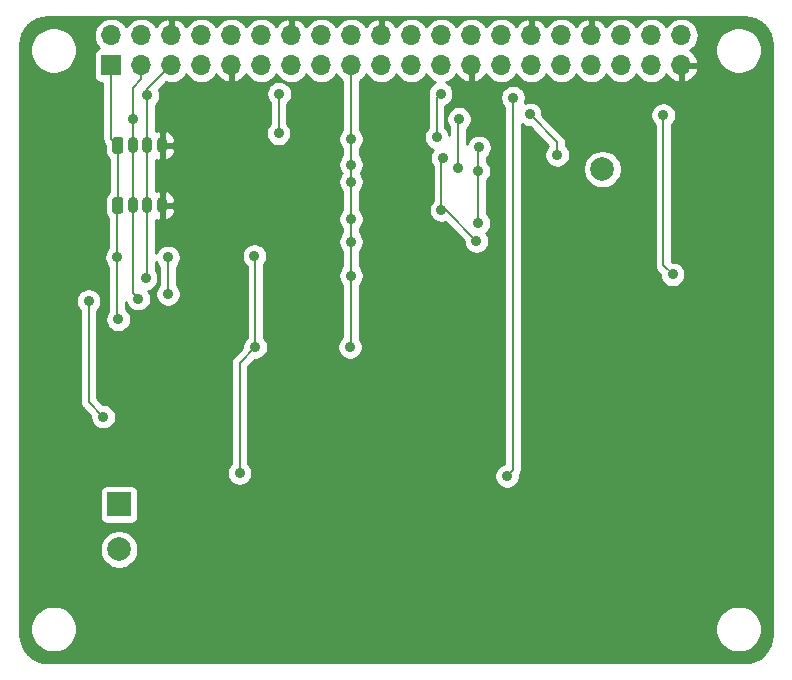
<source format=gbl>
G04 #@! TF.GenerationSoftware,KiCad,Pcbnew,(5.1.0)-1*
G04 #@! TF.CreationDate,2019-04-24T15:00:35-07:00*
G04 #@! TF.ProjectId,ROVPCB,524f5650-4342-42e6-9b69-6361645f7063,rev?*
G04 #@! TF.SameCoordinates,Original*
G04 #@! TF.FileFunction,Copper,L2,Bot*
G04 #@! TF.FilePolarity,Positive*
%FSLAX46Y46*%
G04 Gerber Fmt 4.6, Leading zero omitted, Abs format (unit mm)*
G04 Created by KiCad (PCBNEW (5.1.0)-1) date 2019-04-24 15:00:35*
%MOMM*%
%LPD*%
G04 APERTURE LIST*
%ADD10R,1.700000X1.700000*%
%ADD11O,1.700000X1.700000*%
%ADD12C,0.150000*%
%ADD13C,0.900000*%
%ADD14O,0.900000X1.400000*%
%ADD15R,1.998980X1.998980*%
%ADD16C,1.998980*%
%ADD17C,0.200000*%
%ADD18C,0.254000*%
G04 APERTURE END LIST*
D10*
X208370000Y-98770000D03*
D11*
X208370000Y-96230000D03*
X210910000Y-98770000D03*
X210910000Y-96230000D03*
X213450000Y-98770000D03*
X213450000Y-96230000D03*
X215990000Y-98770000D03*
X215990000Y-96230000D03*
X218530000Y-98770000D03*
X218530000Y-96230000D03*
X221070000Y-98770000D03*
X221070000Y-96230000D03*
X223610000Y-98770000D03*
X223610000Y-96230000D03*
X226150000Y-98770000D03*
X226150000Y-96230000D03*
X228690000Y-98770000D03*
X228690000Y-96230000D03*
X231230000Y-98770000D03*
X231230000Y-96230000D03*
X233770000Y-98770000D03*
X233770000Y-96230000D03*
X236310000Y-98770000D03*
X236310000Y-96230000D03*
X238850000Y-98770000D03*
X238850000Y-96230000D03*
X241390000Y-98770000D03*
X241390000Y-96230000D03*
X243930000Y-98770000D03*
X243930000Y-96230000D03*
X246470000Y-98770000D03*
X246470000Y-96230000D03*
X249010000Y-98770000D03*
X249010000Y-96230000D03*
X251550000Y-98770000D03*
X251550000Y-96230000D03*
X254090000Y-98770000D03*
X254090000Y-96230000D03*
X256630000Y-98770000D03*
X256630000Y-96230000D03*
D12*
G36*
X209177054Y-104851083D02*
G01*
X209198895Y-104854323D01*
X209220314Y-104859688D01*
X209241104Y-104867127D01*
X209261064Y-104876568D01*
X209280003Y-104887919D01*
X209297738Y-104901073D01*
X209314099Y-104915901D01*
X209328927Y-104932262D01*
X209342081Y-104949997D01*
X209353432Y-104968936D01*
X209362873Y-104988896D01*
X209370312Y-105009686D01*
X209375677Y-105031105D01*
X209378917Y-105052946D01*
X209380000Y-105075000D01*
X209380000Y-106025000D01*
X209378917Y-106047054D01*
X209375677Y-106068895D01*
X209370312Y-106090314D01*
X209362873Y-106111104D01*
X209353432Y-106131064D01*
X209342081Y-106150003D01*
X209328927Y-106167738D01*
X209314099Y-106184099D01*
X209297738Y-106198927D01*
X209280003Y-106212081D01*
X209261064Y-106223432D01*
X209241104Y-106232873D01*
X209220314Y-106240312D01*
X209198895Y-106245677D01*
X209177054Y-106248917D01*
X209155000Y-106250000D01*
X208705000Y-106250000D01*
X208682946Y-106248917D01*
X208661105Y-106245677D01*
X208639686Y-106240312D01*
X208618896Y-106232873D01*
X208598936Y-106223432D01*
X208579997Y-106212081D01*
X208562262Y-106198927D01*
X208545901Y-106184099D01*
X208531073Y-106167738D01*
X208517919Y-106150003D01*
X208506568Y-106131064D01*
X208497127Y-106111104D01*
X208489688Y-106090314D01*
X208484323Y-106068895D01*
X208481083Y-106047054D01*
X208480000Y-106025000D01*
X208480000Y-105075000D01*
X208481083Y-105052946D01*
X208484323Y-105031105D01*
X208489688Y-105009686D01*
X208497127Y-104988896D01*
X208506568Y-104968936D01*
X208517919Y-104949997D01*
X208531073Y-104932262D01*
X208545901Y-104915901D01*
X208562262Y-104901073D01*
X208579997Y-104887919D01*
X208598936Y-104876568D01*
X208618896Y-104867127D01*
X208639686Y-104859688D01*
X208661105Y-104854323D01*
X208682946Y-104851083D01*
X208705000Y-104850000D01*
X209155000Y-104850000D01*
X209177054Y-104851083D01*
X209177054Y-104851083D01*
G37*
D13*
X208930000Y-105550000D03*
D14*
X210180000Y-105550000D03*
X211430000Y-105550000D03*
X212680000Y-105550000D03*
X212680000Y-110630000D03*
X211430000Y-110630000D03*
X210180000Y-110630000D03*
D12*
G36*
X209177054Y-109931083D02*
G01*
X209198895Y-109934323D01*
X209220314Y-109939688D01*
X209241104Y-109947127D01*
X209261064Y-109956568D01*
X209280003Y-109967919D01*
X209297738Y-109981073D01*
X209314099Y-109995901D01*
X209328927Y-110012262D01*
X209342081Y-110029997D01*
X209353432Y-110048936D01*
X209362873Y-110068896D01*
X209370312Y-110089686D01*
X209375677Y-110111105D01*
X209378917Y-110132946D01*
X209380000Y-110155000D01*
X209380000Y-111105000D01*
X209378917Y-111127054D01*
X209375677Y-111148895D01*
X209370312Y-111170314D01*
X209362873Y-111191104D01*
X209353432Y-111211064D01*
X209342081Y-111230003D01*
X209328927Y-111247738D01*
X209314099Y-111264099D01*
X209297738Y-111278927D01*
X209280003Y-111292081D01*
X209261064Y-111303432D01*
X209241104Y-111312873D01*
X209220314Y-111320312D01*
X209198895Y-111325677D01*
X209177054Y-111328917D01*
X209155000Y-111330000D01*
X208705000Y-111330000D01*
X208682946Y-111328917D01*
X208661105Y-111325677D01*
X208639686Y-111320312D01*
X208618896Y-111312873D01*
X208598936Y-111303432D01*
X208579997Y-111292081D01*
X208562262Y-111278927D01*
X208545901Y-111264099D01*
X208531073Y-111247738D01*
X208517919Y-111230003D01*
X208506568Y-111211064D01*
X208497127Y-111191104D01*
X208489688Y-111170314D01*
X208484323Y-111148895D01*
X208481083Y-111127054D01*
X208480000Y-111105000D01*
X208480000Y-110155000D01*
X208481083Y-110132946D01*
X208484323Y-110111105D01*
X208489688Y-110089686D01*
X208497127Y-110068896D01*
X208506568Y-110048936D01*
X208517919Y-110029997D01*
X208531073Y-110012262D01*
X208545901Y-109995901D01*
X208562262Y-109981073D01*
X208579997Y-109967919D01*
X208598936Y-109956568D01*
X208618896Y-109947127D01*
X208639686Y-109939688D01*
X208661105Y-109934323D01*
X208682946Y-109931083D01*
X208705000Y-109930000D01*
X209155000Y-109930000D01*
X209177054Y-109931083D01*
X209177054Y-109931083D01*
G37*
D13*
X208930000Y-110630000D03*
D15*
X209040000Y-135950000D03*
D16*
X209040000Y-139760000D03*
X249970000Y-107560000D03*
D13*
X228600000Y-122620000D03*
X220570000Y-122620000D03*
X220500000Y-114910000D03*
X208870000Y-115030000D03*
X208970000Y-120280000D03*
X213190000Y-118130000D03*
X213190000Y-115030000D03*
X228690000Y-104990000D03*
X219240000Y-133270000D03*
X228690000Y-113700000D03*
X228690000Y-116580000D03*
X255900000Y-116470000D03*
X255120000Y-102990000D03*
X228690000Y-108620000D03*
X228690000Y-111780000D03*
X228690000Y-107180000D03*
X233360000Y-112650000D03*
X230430000Y-110380000D03*
X210660000Y-118530000D03*
X210180000Y-103300000D03*
X207700000Y-128520000D03*
X206460000Y-118740000D03*
X237740000Y-107430000D03*
X237820000Y-103300000D03*
X211280000Y-116810000D03*
X211430000Y-101320000D03*
X222540000Y-104520000D03*
X222600000Y-101170000D03*
X236270000Y-101170000D03*
X235930000Y-104860000D03*
X241900000Y-133540000D03*
X242380000Y-101500000D03*
X239460000Y-112100000D03*
X239520000Y-105720000D03*
X239460000Y-107720000D03*
X236340000Y-111030000D03*
X236430000Y-106630000D03*
X239300000Y-113650000D03*
X243800000Y-102930000D03*
X246140000Y-106350000D03*
D17*
X208930000Y-105550000D02*
X208930000Y-110630000D01*
X208370000Y-104990000D02*
X208930000Y-105550000D01*
X208370000Y-98770000D02*
X208370000Y-104990000D01*
X228690000Y-122530000D02*
X228600000Y-122620000D01*
X220570000Y-122620000D02*
X220570000Y-114980000D01*
X220570000Y-114980000D02*
X220500000Y-114910000D01*
X208870000Y-115030000D02*
X208870000Y-120180000D01*
X208870000Y-120180000D02*
X208970000Y-120280000D01*
X213190000Y-118130000D02*
X213190000Y-115030000D01*
X208870000Y-110690000D02*
X208930000Y-110630000D01*
X208870000Y-115030000D02*
X208870000Y-110690000D01*
X228690000Y-98770000D02*
X228690000Y-104990000D01*
X219240000Y-123950000D02*
X220570000Y-122620000D01*
X219240000Y-133270000D02*
X219240000Y-123950000D01*
X228690000Y-109640000D02*
X228690000Y-111020000D01*
X228690000Y-113700000D02*
X228690000Y-116580000D01*
X228690000Y-116580000D02*
X228690000Y-122530000D01*
X255900000Y-116470000D02*
X255120000Y-115690000D01*
X255120000Y-115690000D02*
X255120000Y-102990000D01*
X228690000Y-108620000D02*
X228690000Y-109640000D01*
X228690000Y-111020000D02*
X228690000Y-111780000D01*
X228690000Y-111780000D02*
X228690000Y-113700000D01*
X228690000Y-107440000D02*
X228690000Y-108620000D01*
X228690000Y-104990000D02*
X228690000Y-107180000D01*
X228690000Y-107180000D02*
X228690000Y-107440000D01*
X210160000Y-110650000D02*
X210180000Y-110630000D01*
X210180000Y-105550000D02*
X210180000Y-110630000D01*
X210180000Y-104650000D02*
X210180000Y-105550000D01*
X210910000Y-99972081D02*
X210180000Y-100702081D01*
X210910000Y-98770000D02*
X210910000Y-99972081D01*
X210660000Y-118530000D02*
X210180000Y-118050000D01*
X210180000Y-118050000D02*
X210180000Y-115940000D01*
X210180000Y-115940000D02*
X210180000Y-110630000D01*
X210180000Y-102500000D02*
X210180000Y-103300000D01*
X210180000Y-100702081D02*
X210180000Y-102500000D01*
X210180000Y-103300000D02*
X210180000Y-104650000D01*
X207700000Y-128520000D02*
X206460000Y-127280000D01*
X206460000Y-127280000D02*
X206460000Y-118740000D01*
X237740000Y-103380000D02*
X237820000Y-103300000D01*
X237740000Y-107430000D02*
X237740000Y-103380000D01*
X211430000Y-106450000D02*
X211430000Y-110630000D01*
X211430000Y-105550000D02*
X211430000Y-106450000D01*
X213450000Y-98770000D02*
X211430000Y-100790000D01*
X211430000Y-110630000D02*
X211430000Y-116660000D01*
X211430000Y-116660000D02*
X211280000Y-116810000D01*
X211430000Y-101320000D02*
X211430000Y-105550000D01*
X211430000Y-100790000D02*
X211430000Y-101320000D01*
X222540000Y-101230000D02*
X222600000Y-101170000D01*
X222540000Y-104520000D02*
X222540000Y-101230000D01*
X236310000Y-101210000D02*
X236270000Y-101170000D01*
X235930000Y-101510000D02*
X236270000Y-101170000D01*
X235930000Y-104860000D02*
X235930000Y-101510000D01*
X241900000Y-133540000D02*
X242380000Y-133060000D01*
X242380000Y-133060000D02*
X242380000Y-101500000D01*
X239460000Y-105780000D02*
X239520000Y-105720000D01*
X239460000Y-112100000D02*
X239460000Y-107720000D01*
X239460000Y-107720000D02*
X239460000Y-105780000D01*
X236340000Y-111030000D02*
X236340000Y-106720000D01*
X236340000Y-106720000D02*
X236430000Y-106630000D01*
X236680000Y-111030000D02*
X236340000Y-111030000D01*
X239300000Y-113650000D02*
X236680000Y-111030000D01*
X243800000Y-102930000D02*
X246140000Y-105270000D01*
X246140000Y-105270000D02*
X246140000Y-106350000D01*
D18*
G36*
X262449016Y-94732312D02*
G01*
X262880930Y-94862714D01*
X263279285Y-95074524D01*
X263628914Y-95359675D01*
X263916497Y-95707303D01*
X264131086Y-96104177D01*
X264264498Y-96535161D01*
X264315001Y-97015663D01*
X264315000Y-146966495D01*
X264267688Y-147449016D01*
X264137287Y-147880927D01*
X263925480Y-148279280D01*
X263640325Y-148628914D01*
X263292697Y-148916497D01*
X262895825Y-149131085D01*
X262464834Y-149264500D01*
X261984346Y-149315000D01*
X203033504Y-149315000D01*
X202550984Y-149267688D01*
X202119073Y-149137287D01*
X201720720Y-148925480D01*
X201371086Y-148640325D01*
X201083503Y-148292697D01*
X200868915Y-147895825D01*
X200735500Y-147464834D01*
X200685000Y-146984346D01*
X200685000Y-146304495D01*
X201515000Y-146304495D01*
X201515000Y-146695505D01*
X201591282Y-147079003D01*
X201740915Y-147440250D01*
X201958149Y-147765364D01*
X202234636Y-148041851D01*
X202559750Y-148259085D01*
X202920997Y-148408718D01*
X203304495Y-148485000D01*
X203695505Y-148485000D01*
X204079003Y-148408718D01*
X204440250Y-148259085D01*
X204765364Y-148041851D01*
X205041851Y-147765364D01*
X205259085Y-147440250D01*
X205408718Y-147079003D01*
X205485000Y-146695505D01*
X205485000Y-146304495D01*
X259515000Y-146304495D01*
X259515000Y-146695505D01*
X259591282Y-147079003D01*
X259740915Y-147440250D01*
X259958149Y-147765364D01*
X260234636Y-148041851D01*
X260559750Y-148259085D01*
X260920997Y-148408718D01*
X261304495Y-148485000D01*
X261695505Y-148485000D01*
X262079003Y-148408718D01*
X262440250Y-148259085D01*
X262765364Y-148041851D01*
X263041851Y-147765364D01*
X263259085Y-147440250D01*
X263408718Y-147079003D01*
X263485000Y-146695505D01*
X263485000Y-146304495D01*
X263408718Y-145920997D01*
X263259085Y-145559750D01*
X263041851Y-145234636D01*
X262765364Y-144958149D01*
X262440250Y-144740915D01*
X262079003Y-144591282D01*
X261695505Y-144515000D01*
X261304495Y-144515000D01*
X260920997Y-144591282D01*
X260559750Y-144740915D01*
X260234636Y-144958149D01*
X259958149Y-145234636D01*
X259740915Y-145559750D01*
X259591282Y-145920997D01*
X259515000Y-146304495D01*
X205485000Y-146304495D01*
X205408718Y-145920997D01*
X205259085Y-145559750D01*
X205041851Y-145234636D01*
X204765364Y-144958149D01*
X204440250Y-144740915D01*
X204079003Y-144591282D01*
X203695505Y-144515000D01*
X203304495Y-144515000D01*
X202920997Y-144591282D01*
X202559750Y-144740915D01*
X202234636Y-144958149D01*
X201958149Y-145234636D01*
X201740915Y-145559750D01*
X201591282Y-145920997D01*
X201515000Y-146304495D01*
X200685000Y-146304495D01*
X200685000Y-139599017D01*
X207405510Y-139599017D01*
X207405510Y-139920983D01*
X207468322Y-140236763D01*
X207591533Y-140534222D01*
X207770408Y-140801927D01*
X207998073Y-141029592D01*
X208265778Y-141208467D01*
X208563237Y-141331678D01*
X208879017Y-141394490D01*
X209200983Y-141394490D01*
X209516763Y-141331678D01*
X209814222Y-141208467D01*
X210081927Y-141029592D01*
X210309592Y-140801927D01*
X210488467Y-140534222D01*
X210611678Y-140236763D01*
X210674490Y-139920983D01*
X210674490Y-139599017D01*
X210611678Y-139283237D01*
X210488467Y-138985778D01*
X210309592Y-138718073D01*
X210081927Y-138490408D01*
X209814222Y-138311533D01*
X209516763Y-138188322D01*
X209200983Y-138125510D01*
X208879017Y-138125510D01*
X208563237Y-138188322D01*
X208265778Y-138311533D01*
X207998073Y-138490408D01*
X207770408Y-138718073D01*
X207591533Y-138985778D01*
X207468322Y-139283237D01*
X207405510Y-139599017D01*
X200685000Y-139599017D01*
X200685000Y-134950510D01*
X207402438Y-134950510D01*
X207402438Y-136949490D01*
X207414698Y-137073972D01*
X207451008Y-137193670D01*
X207509973Y-137303984D01*
X207589325Y-137400675D01*
X207686016Y-137480027D01*
X207796330Y-137538992D01*
X207916028Y-137575302D01*
X208040510Y-137587562D01*
X210039490Y-137587562D01*
X210163972Y-137575302D01*
X210283670Y-137538992D01*
X210393984Y-137480027D01*
X210490675Y-137400675D01*
X210570027Y-137303984D01*
X210628992Y-137193670D01*
X210665302Y-137073972D01*
X210677562Y-136949490D01*
X210677562Y-134950510D01*
X210665302Y-134826028D01*
X210628992Y-134706330D01*
X210570027Y-134596016D01*
X210490675Y-134499325D01*
X210393984Y-134419973D01*
X210283670Y-134361008D01*
X210163972Y-134324698D01*
X210039490Y-134312438D01*
X208040510Y-134312438D01*
X207916028Y-134324698D01*
X207796330Y-134361008D01*
X207686016Y-134419973D01*
X207589325Y-134499325D01*
X207509973Y-134596016D01*
X207451008Y-134706330D01*
X207414698Y-134826028D01*
X207402438Y-134950510D01*
X200685000Y-134950510D01*
X200685000Y-133163137D01*
X218155000Y-133163137D01*
X218155000Y-133376863D01*
X218196696Y-133586483D01*
X218278485Y-133783940D01*
X218397225Y-133961647D01*
X218548353Y-134112775D01*
X218726060Y-134231515D01*
X218923517Y-134313304D01*
X219133137Y-134355000D01*
X219346863Y-134355000D01*
X219556483Y-134313304D01*
X219753940Y-134231515D01*
X219931647Y-134112775D01*
X220082775Y-133961647D01*
X220201515Y-133783940D01*
X220283304Y-133586483D01*
X220313806Y-133433137D01*
X240815000Y-133433137D01*
X240815000Y-133646863D01*
X240856696Y-133856483D01*
X240938485Y-134053940D01*
X241057225Y-134231647D01*
X241208353Y-134382775D01*
X241386060Y-134501515D01*
X241583517Y-134583304D01*
X241793137Y-134625000D01*
X242006863Y-134625000D01*
X242216483Y-134583304D01*
X242413940Y-134501515D01*
X242591647Y-134382775D01*
X242742775Y-134231647D01*
X242861515Y-134053940D01*
X242943304Y-133856483D01*
X242985000Y-133646863D01*
X242985000Y-133481392D01*
X242994087Y-133470320D01*
X243024146Y-133414084D01*
X243062337Y-133342634D01*
X243104365Y-133204085D01*
X243118556Y-133060000D01*
X243115000Y-133023895D01*
X243115000Y-103777216D01*
X243286060Y-103891515D01*
X243483517Y-103973304D01*
X243693137Y-104015000D01*
X243845554Y-104015000D01*
X245393066Y-105562512D01*
X245297225Y-105658353D01*
X245178485Y-105836060D01*
X245096696Y-106033517D01*
X245055000Y-106243137D01*
X245055000Y-106456863D01*
X245096696Y-106666483D01*
X245178485Y-106863940D01*
X245297225Y-107041647D01*
X245448353Y-107192775D01*
X245626060Y-107311515D01*
X245823517Y-107393304D01*
X246033137Y-107435000D01*
X246246863Y-107435000D01*
X246427761Y-107399017D01*
X248335510Y-107399017D01*
X248335510Y-107720983D01*
X248398322Y-108036763D01*
X248521533Y-108334222D01*
X248700408Y-108601927D01*
X248928073Y-108829592D01*
X249195778Y-109008467D01*
X249493237Y-109131678D01*
X249809017Y-109194490D01*
X250130983Y-109194490D01*
X250446763Y-109131678D01*
X250744222Y-109008467D01*
X251011927Y-108829592D01*
X251239592Y-108601927D01*
X251418467Y-108334222D01*
X251541678Y-108036763D01*
X251604490Y-107720983D01*
X251604490Y-107399017D01*
X251541678Y-107083237D01*
X251418467Y-106785778D01*
X251239592Y-106518073D01*
X251011927Y-106290408D01*
X250744222Y-106111533D01*
X250446763Y-105988322D01*
X250130983Y-105925510D01*
X249809017Y-105925510D01*
X249493237Y-105988322D01*
X249195778Y-106111533D01*
X248928073Y-106290408D01*
X248700408Y-106518073D01*
X248521533Y-106785778D01*
X248398322Y-107083237D01*
X248335510Y-107399017D01*
X246427761Y-107399017D01*
X246456483Y-107393304D01*
X246653940Y-107311515D01*
X246831647Y-107192775D01*
X246982775Y-107041647D01*
X247101515Y-106863940D01*
X247183304Y-106666483D01*
X247225000Y-106456863D01*
X247225000Y-106243137D01*
X247183304Y-106033517D01*
X247101515Y-105836060D01*
X246982775Y-105658353D01*
X246875000Y-105550578D01*
X246875000Y-105306105D01*
X246878556Y-105270000D01*
X246864365Y-105125915D01*
X246822337Y-104987366D01*
X246754087Y-104859680D01*
X246685253Y-104775806D01*
X246685250Y-104775803D01*
X246662237Y-104747762D01*
X246634197Y-104724750D01*
X244885000Y-102975554D01*
X244885000Y-102883137D01*
X254035000Y-102883137D01*
X254035000Y-103096863D01*
X254076696Y-103306483D01*
X254158485Y-103503940D01*
X254277225Y-103681647D01*
X254385001Y-103789423D01*
X254385000Y-115653895D01*
X254381444Y-115690000D01*
X254395635Y-115834085D01*
X254400003Y-115848485D01*
X254437663Y-115972632D01*
X254505913Y-116100319D01*
X254597762Y-116212237D01*
X254625808Y-116235254D01*
X254815000Y-116424446D01*
X254815000Y-116576863D01*
X254856696Y-116786483D01*
X254938485Y-116983940D01*
X255057225Y-117161647D01*
X255208353Y-117312775D01*
X255386060Y-117431515D01*
X255583517Y-117513304D01*
X255793137Y-117555000D01*
X256006863Y-117555000D01*
X256216483Y-117513304D01*
X256413940Y-117431515D01*
X256591647Y-117312775D01*
X256742775Y-117161647D01*
X256861515Y-116983940D01*
X256943304Y-116786483D01*
X256985000Y-116576863D01*
X256985000Y-116363137D01*
X256943304Y-116153517D01*
X256861515Y-115956060D01*
X256742775Y-115778353D01*
X256591647Y-115627225D01*
X256413940Y-115508485D01*
X256216483Y-115426696D01*
X256006863Y-115385000D01*
X255855000Y-115385000D01*
X255855000Y-103789422D01*
X255962775Y-103681647D01*
X256081515Y-103503940D01*
X256163304Y-103306483D01*
X256205000Y-103096863D01*
X256205000Y-102883137D01*
X256163304Y-102673517D01*
X256081515Y-102476060D01*
X255962775Y-102298353D01*
X255811647Y-102147225D01*
X255633940Y-102028485D01*
X255436483Y-101946696D01*
X255226863Y-101905000D01*
X255013137Y-101905000D01*
X254803517Y-101946696D01*
X254606060Y-102028485D01*
X254428353Y-102147225D01*
X254277225Y-102298353D01*
X254158485Y-102476060D01*
X254076696Y-102673517D01*
X254035000Y-102883137D01*
X244885000Y-102883137D01*
X244885000Y-102823137D01*
X244843304Y-102613517D01*
X244761515Y-102416060D01*
X244642775Y-102238353D01*
X244491647Y-102087225D01*
X244313940Y-101968485D01*
X244116483Y-101886696D01*
X243906863Y-101845000D01*
X243693137Y-101845000D01*
X243483517Y-101886696D01*
X243375727Y-101931344D01*
X243423304Y-101816483D01*
X243465000Y-101606863D01*
X243465000Y-101393137D01*
X243423304Y-101183517D01*
X243341515Y-100986060D01*
X243222775Y-100808353D01*
X243071647Y-100657225D01*
X242893940Y-100538485D01*
X242696483Y-100456696D01*
X242486863Y-100415000D01*
X242273137Y-100415000D01*
X242063517Y-100456696D01*
X241866060Y-100538485D01*
X241688353Y-100657225D01*
X241537225Y-100808353D01*
X241418485Y-100986060D01*
X241336696Y-101183517D01*
X241295000Y-101393137D01*
X241295000Y-101606863D01*
X241336696Y-101816483D01*
X241418485Y-102013940D01*
X241537225Y-102191647D01*
X241645001Y-102299423D01*
X241645000Y-132484466D01*
X241583517Y-132496696D01*
X241386060Y-132578485D01*
X241208353Y-132697225D01*
X241057225Y-132848353D01*
X240938485Y-133026060D01*
X240856696Y-133223517D01*
X240815000Y-133433137D01*
X220313806Y-133433137D01*
X220325000Y-133376863D01*
X220325000Y-133163137D01*
X220283304Y-132953517D01*
X220201515Y-132756060D01*
X220082775Y-132578353D01*
X219975000Y-132470578D01*
X219975000Y-124254446D01*
X220524447Y-123705000D01*
X220676863Y-123705000D01*
X220886483Y-123663304D01*
X221083940Y-123581515D01*
X221261647Y-123462775D01*
X221412775Y-123311647D01*
X221531515Y-123133940D01*
X221613304Y-122936483D01*
X221655000Y-122726863D01*
X221655000Y-122513137D01*
X221613304Y-122303517D01*
X221531515Y-122106060D01*
X221412775Y-121928353D01*
X221305000Y-121820578D01*
X221305000Y-115639422D01*
X221342775Y-115601647D01*
X221461515Y-115423940D01*
X221543304Y-115226483D01*
X221585000Y-115016863D01*
X221585000Y-114803137D01*
X221543304Y-114593517D01*
X221461515Y-114396060D01*
X221342775Y-114218353D01*
X221191647Y-114067225D01*
X221013940Y-113948485D01*
X220816483Y-113866696D01*
X220606863Y-113825000D01*
X220393137Y-113825000D01*
X220183517Y-113866696D01*
X219986060Y-113948485D01*
X219808353Y-114067225D01*
X219657225Y-114218353D01*
X219538485Y-114396060D01*
X219456696Y-114593517D01*
X219415000Y-114803137D01*
X219415000Y-115016863D01*
X219456696Y-115226483D01*
X219538485Y-115423940D01*
X219657225Y-115601647D01*
X219808353Y-115752775D01*
X219835001Y-115770581D01*
X219835000Y-121820578D01*
X219727225Y-121928353D01*
X219608485Y-122106060D01*
X219526696Y-122303517D01*
X219485000Y-122513137D01*
X219485000Y-122665553D01*
X218745808Y-123404746D01*
X218717763Y-123427762D01*
X218625914Y-123539680D01*
X218603553Y-123581515D01*
X218557664Y-123667367D01*
X218515635Y-123805915D01*
X218501444Y-123950000D01*
X218505001Y-123986115D01*
X218505000Y-132470578D01*
X218397225Y-132578353D01*
X218278485Y-132756060D01*
X218196696Y-132953517D01*
X218155000Y-133163137D01*
X200685000Y-133163137D01*
X200685000Y-118633137D01*
X205375000Y-118633137D01*
X205375000Y-118846863D01*
X205416696Y-119056483D01*
X205498485Y-119253940D01*
X205617225Y-119431647D01*
X205725001Y-119539423D01*
X205725000Y-127243895D01*
X205721444Y-127280000D01*
X205725000Y-127316104D01*
X205735635Y-127424084D01*
X205777663Y-127562632D01*
X205845913Y-127690319D01*
X205937762Y-127802237D01*
X205965808Y-127825254D01*
X206615000Y-128474447D01*
X206615000Y-128626863D01*
X206656696Y-128836483D01*
X206738485Y-129033940D01*
X206857225Y-129211647D01*
X207008353Y-129362775D01*
X207186060Y-129481515D01*
X207383517Y-129563304D01*
X207593137Y-129605000D01*
X207806863Y-129605000D01*
X208016483Y-129563304D01*
X208213940Y-129481515D01*
X208391647Y-129362775D01*
X208542775Y-129211647D01*
X208661515Y-129033940D01*
X208743304Y-128836483D01*
X208785000Y-128626863D01*
X208785000Y-128413137D01*
X208743304Y-128203517D01*
X208661515Y-128006060D01*
X208542775Y-127828353D01*
X208391647Y-127677225D01*
X208213940Y-127558485D01*
X208016483Y-127476696D01*
X207806863Y-127435000D01*
X207654447Y-127435000D01*
X207195000Y-126975554D01*
X207195000Y-119539422D01*
X207302775Y-119431647D01*
X207421515Y-119253940D01*
X207503304Y-119056483D01*
X207545000Y-118846863D01*
X207545000Y-118633137D01*
X207503304Y-118423517D01*
X207421515Y-118226060D01*
X207302775Y-118048353D01*
X207151647Y-117897225D01*
X206973940Y-117778485D01*
X206776483Y-117696696D01*
X206566863Y-117655000D01*
X206353137Y-117655000D01*
X206143517Y-117696696D01*
X205946060Y-117778485D01*
X205768353Y-117897225D01*
X205617225Y-118048353D01*
X205498485Y-118226060D01*
X205416696Y-118423517D01*
X205375000Y-118633137D01*
X200685000Y-118633137D01*
X200685000Y-97304495D01*
X201515000Y-97304495D01*
X201515000Y-97695505D01*
X201591282Y-98079003D01*
X201740915Y-98440250D01*
X201958149Y-98765364D01*
X202234636Y-99041851D01*
X202559750Y-99259085D01*
X202920997Y-99408718D01*
X203304495Y-99485000D01*
X203695505Y-99485000D01*
X204079003Y-99408718D01*
X204440250Y-99259085D01*
X204765364Y-99041851D01*
X205041851Y-98765364D01*
X205259085Y-98440250D01*
X205408718Y-98079003D01*
X205485000Y-97695505D01*
X205485000Y-97304495D01*
X205408718Y-96920997D01*
X205259085Y-96559750D01*
X205041851Y-96234636D01*
X205037215Y-96230000D01*
X206877815Y-96230000D01*
X206906487Y-96521111D01*
X206991401Y-96801034D01*
X207129294Y-97059014D01*
X207314866Y-97285134D01*
X207344687Y-97309607D01*
X207275820Y-97330498D01*
X207165506Y-97389463D01*
X207068815Y-97468815D01*
X206989463Y-97565506D01*
X206930498Y-97675820D01*
X206894188Y-97795518D01*
X206881928Y-97920000D01*
X206881928Y-99620000D01*
X206894188Y-99744482D01*
X206930498Y-99864180D01*
X206989463Y-99974494D01*
X207068815Y-100071185D01*
X207165506Y-100150537D01*
X207275820Y-100209502D01*
X207395518Y-100245812D01*
X207520000Y-100258072D01*
X207635000Y-100258072D01*
X207635001Y-104953885D01*
X207631444Y-104990000D01*
X207645635Y-105134085D01*
X207667469Y-105206060D01*
X207687664Y-105272633D01*
X207755914Y-105400320D01*
X207841928Y-105505128D01*
X207841928Y-106025000D01*
X207858512Y-106193377D01*
X207907625Y-106355283D01*
X207987382Y-106504497D01*
X208094716Y-106635284D01*
X208195000Y-106717585D01*
X208195001Y-109462415D01*
X208094716Y-109544716D01*
X207987382Y-109675503D01*
X207907625Y-109824717D01*
X207858512Y-109986623D01*
X207841928Y-110155000D01*
X207841928Y-111105000D01*
X207858512Y-111273377D01*
X207907625Y-111435283D01*
X207987382Y-111584497D01*
X208094716Y-111715284D01*
X208135001Y-111748345D01*
X208135000Y-114230578D01*
X208027225Y-114338353D01*
X207908485Y-114516060D01*
X207826696Y-114713517D01*
X207785000Y-114923137D01*
X207785000Y-115136863D01*
X207826696Y-115346483D01*
X207908485Y-115543940D01*
X208027225Y-115721647D01*
X208135000Y-115829422D01*
X208135001Y-119580577D01*
X208127225Y-119588353D01*
X208008485Y-119766060D01*
X207926696Y-119963517D01*
X207885000Y-120173137D01*
X207885000Y-120386863D01*
X207926696Y-120596483D01*
X208008485Y-120793940D01*
X208127225Y-120971647D01*
X208278353Y-121122775D01*
X208456060Y-121241515D01*
X208653517Y-121323304D01*
X208863137Y-121365000D01*
X209076863Y-121365000D01*
X209286483Y-121323304D01*
X209483940Y-121241515D01*
X209661647Y-121122775D01*
X209812775Y-120971647D01*
X209931515Y-120793940D01*
X210013304Y-120596483D01*
X210055000Y-120386863D01*
X210055000Y-120173137D01*
X210013304Y-119963517D01*
X209931515Y-119766060D01*
X209812775Y-119588353D01*
X209661647Y-119437225D01*
X209605000Y-119399375D01*
X209605000Y-118787683D01*
X209616696Y-118846483D01*
X209698485Y-119043940D01*
X209817225Y-119221647D01*
X209968353Y-119372775D01*
X210146060Y-119491515D01*
X210343517Y-119573304D01*
X210553137Y-119615000D01*
X210766863Y-119615000D01*
X210976483Y-119573304D01*
X211173940Y-119491515D01*
X211351647Y-119372775D01*
X211502775Y-119221647D01*
X211621515Y-119043940D01*
X211703304Y-118846483D01*
X211745000Y-118636863D01*
X211745000Y-118423137D01*
X211703304Y-118213517D01*
X211621515Y-118016060D01*
X211522586Y-117868003D01*
X211596483Y-117853304D01*
X211793940Y-117771515D01*
X211971647Y-117652775D01*
X212122775Y-117501647D01*
X212241515Y-117323940D01*
X212323304Y-117126483D01*
X212365000Y-116916863D01*
X212365000Y-116703137D01*
X212323304Y-116493517D01*
X212241515Y-116296060D01*
X212165000Y-116181547D01*
X212165000Y-115390673D01*
X212228485Y-115543940D01*
X212347225Y-115721647D01*
X212455001Y-115829423D01*
X212455000Y-117330578D01*
X212347225Y-117438353D01*
X212228485Y-117616060D01*
X212146696Y-117813517D01*
X212105000Y-118023137D01*
X212105000Y-118236863D01*
X212146696Y-118446483D01*
X212228485Y-118643940D01*
X212347225Y-118821647D01*
X212498353Y-118972775D01*
X212676060Y-119091515D01*
X212873517Y-119173304D01*
X213083137Y-119215000D01*
X213296863Y-119215000D01*
X213506483Y-119173304D01*
X213703940Y-119091515D01*
X213881647Y-118972775D01*
X214032775Y-118821647D01*
X214151515Y-118643940D01*
X214233304Y-118446483D01*
X214275000Y-118236863D01*
X214275000Y-118023137D01*
X214233304Y-117813517D01*
X214151515Y-117616060D01*
X214032775Y-117438353D01*
X213925000Y-117330578D01*
X213925000Y-115829422D01*
X214032775Y-115721647D01*
X214151515Y-115543940D01*
X214233304Y-115346483D01*
X214275000Y-115136863D01*
X214275000Y-114923137D01*
X214233304Y-114713517D01*
X214151515Y-114516060D01*
X214032775Y-114338353D01*
X213881647Y-114187225D01*
X213703940Y-114068485D01*
X213506483Y-113986696D01*
X213296863Y-113945000D01*
X213083137Y-113945000D01*
X212873517Y-113986696D01*
X212676060Y-114068485D01*
X212498353Y-114187225D01*
X212347225Y-114338353D01*
X212228485Y-114516060D01*
X212165000Y-114669327D01*
X212165000Y-111846142D01*
X212305437Y-111913279D01*
X212385999Y-111924408D01*
X212553000Y-111797502D01*
X212553000Y-110757000D01*
X212807000Y-110757000D01*
X212807000Y-111797502D01*
X212974001Y-111924408D01*
X213054563Y-111913279D01*
X213248949Y-111820351D01*
X213421470Y-111691286D01*
X213565497Y-111531044D01*
X213675495Y-111345782D01*
X213747236Y-111142621D01*
X213777964Y-110929367D01*
X213613419Y-110757000D01*
X212807000Y-110757000D01*
X212553000Y-110757000D01*
X212533000Y-110757000D01*
X212533000Y-110503000D01*
X212553000Y-110503000D01*
X212553000Y-109462498D01*
X212807000Y-109462498D01*
X212807000Y-110503000D01*
X213613419Y-110503000D01*
X213777964Y-110330633D01*
X213747236Y-110117379D01*
X213675495Y-109914218D01*
X213565497Y-109728956D01*
X213421470Y-109568714D01*
X213248949Y-109439649D01*
X213054563Y-109346721D01*
X212974001Y-109335592D01*
X212807000Y-109462498D01*
X212553000Y-109462498D01*
X212385999Y-109335592D01*
X212305437Y-109346721D01*
X212165000Y-109413858D01*
X212165000Y-106766142D01*
X212305437Y-106833279D01*
X212385999Y-106844408D01*
X212553000Y-106717502D01*
X212553000Y-105677000D01*
X212807000Y-105677000D01*
X212807000Y-106717502D01*
X212974001Y-106844408D01*
X213054563Y-106833279D01*
X213248949Y-106740351D01*
X213421470Y-106611286D01*
X213565497Y-106451044D01*
X213675495Y-106265782D01*
X213747236Y-106062621D01*
X213777964Y-105849367D01*
X213613419Y-105677000D01*
X212807000Y-105677000D01*
X212553000Y-105677000D01*
X212533000Y-105677000D01*
X212533000Y-105423000D01*
X212553000Y-105423000D01*
X212553000Y-104382498D01*
X212807000Y-104382498D01*
X212807000Y-105423000D01*
X213613419Y-105423000D01*
X213777964Y-105250633D01*
X213747236Y-105037379D01*
X213675495Y-104834218D01*
X213565497Y-104648956D01*
X213421470Y-104488714D01*
X213320447Y-104413137D01*
X221455000Y-104413137D01*
X221455000Y-104626863D01*
X221496696Y-104836483D01*
X221578485Y-105033940D01*
X221697225Y-105211647D01*
X221848353Y-105362775D01*
X222026060Y-105481515D01*
X222223517Y-105563304D01*
X222433137Y-105605000D01*
X222646863Y-105605000D01*
X222856483Y-105563304D01*
X223053940Y-105481515D01*
X223231647Y-105362775D01*
X223382775Y-105211647D01*
X223501515Y-105033940D01*
X223583304Y-104836483D01*
X223625000Y-104626863D01*
X223625000Y-104413137D01*
X223583304Y-104203517D01*
X223501515Y-104006060D01*
X223382775Y-103828353D01*
X223275000Y-103720578D01*
X223275000Y-102023898D01*
X223291647Y-102012775D01*
X223442775Y-101861647D01*
X223561515Y-101683940D01*
X223643304Y-101486483D01*
X223685000Y-101276863D01*
X223685000Y-101063137D01*
X223643304Y-100853517D01*
X223561515Y-100656060D01*
X223442775Y-100478353D01*
X223291647Y-100327225D01*
X223113940Y-100208485D01*
X222916483Y-100126696D01*
X222706863Y-100085000D01*
X222493137Y-100085000D01*
X222283517Y-100126696D01*
X222086060Y-100208485D01*
X221908353Y-100327225D01*
X221757225Y-100478353D01*
X221638485Y-100656060D01*
X221556696Y-100853517D01*
X221515000Y-101063137D01*
X221515000Y-101276863D01*
X221556696Y-101486483D01*
X221638485Y-101683940D01*
X221757225Y-101861647D01*
X221805001Y-101909423D01*
X221805000Y-103720578D01*
X221697225Y-103828353D01*
X221578485Y-104006060D01*
X221496696Y-104203517D01*
X221455000Y-104413137D01*
X213320447Y-104413137D01*
X213248949Y-104359649D01*
X213054563Y-104266721D01*
X212974001Y-104255592D01*
X212807000Y-104382498D01*
X212553000Y-104382498D01*
X212385999Y-104255592D01*
X212305437Y-104266721D01*
X212165000Y-104333858D01*
X212165000Y-102119422D01*
X212272775Y-102011647D01*
X212391515Y-101833940D01*
X212473304Y-101636483D01*
X212515000Y-101426863D01*
X212515000Y-101213137D01*
X212473304Y-101003517D01*
X212409637Y-100849810D01*
X213056878Y-100202568D01*
X213158889Y-100233513D01*
X213377050Y-100255000D01*
X213522950Y-100255000D01*
X213741111Y-100233513D01*
X214021034Y-100148599D01*
X214279014Y-100010706D01*
X214505134Y-99825134D01*
X214690706Y-99599014D01*
X214720000Y-99544209D01*
X214749294Y-99599014D01*
X214934866Y-99825134D01*
X215160986Y-100010706D01*
X215418966Y-100148599D01*
X215698889Y-100233513D01*
X215917050Y-100255000D01*
X216062950Y-100255000D01*
X216281111Y-100233513D01*
X216561034Y-100148599D01*
X216819014Y-100010706D01*
X217045134Y-99825134D01*
X217230706Y-99599014D01*
X217265201Y-99534477D01*
X217334822Y-99651355D01*
X217529731Y-99867588D01*
X217763080Y-100041641D01*
X218025901Y-100166825D01*
X218173110Y-100211476D01*
X218403000Y-100090155D01*
X218403000Y-98897000D01*
X218383000Y-98897000D01*
X218383000Y-98643000D01*
X218403000Y-98643000D01*
X218403000Y-98623000D01*
X218657000Y-98623000D01*
X218657000Y-98643000D01*
X218677000Y-98643000D01*
X218677000Y-98897000D01*
X218657000Y-98897000D01*
X218657000Y-100090155D01*
X218886890Y-100211476D01*
X219034099Y-100166825D01*
X219296920Y-100041641D01*
X219530269Y-99867588D01*
X219725178Y-99651355D01*
X219794799Y-99534477D01*
X219829294Y-99599014D01*
X220014866Y-99825134D01*
X220240986Y-100010706D01*
X220498966Y-100148599D01*
X220778889Y-100233513D01*
X220997050Y-100255000D01*
X221142950Y-100255000D01*
X221361111Y-100233513D01*
X221641034Y-100148599D01*
X221899014Y-100010706D01*
X222125134Y-99825134D01*
X222310706Y-99599014D01*
X222340000Y-99544209D01*
X222369294Y-99599014D01*
X222554866Y-99825134D01*
X222780986Y-100010706D01*
X223038966Y-100148599D01*
X223318889Y-100233513D01*
X223537050Y-100255000D01*
X223682950Y-100255000D01*
X223901111Y-100233513D01*
X224181034Y-100148599D01*
X224439014Y-100010706D01*
X224665134Y-99825134D01*
X224850706Y-99599014D01*
X224880000Y-99544209D01*
X224909294Y-99599014D01*
X225094866Y-99825134D01*
X225320986Y-100010706D01*
X225578966Y-100148599D01*
X225858889Y-100233513D01*
X226077050Y-100255000D01*
X226222950Y-100255000D01*
X226441111Y-100233513D01*
X226721034Y-100148599D01*
X226979014Y-100010706D01*
X227205134Y-99825134D01*
X227390706Y-99599014D01*
X227420000Y-99544209D01*
X227449294Y-99599014D01*
X227634866Y-99825134D01*
X227860986Y-100010706D01*
X227955000Y-100060958D01*
X227955001Y-104190577D01*
X227847225Y-104298353D01*
X227728485Y-104476060D01*
X227646696Y-104673517D01*
X227605000Y-104883137D01*
X227605000Y-105096863D01*
X227646696Y-105306483D01*
X227728485Y-105503940D01*
X227847225Y-105681647D01*
X227955000Y-105789422D01*
X227955001Y-106380577D01*
X227847225Y-106488353D01*
X227728485Y-106666060D01*
X227646696Y-106863517D01*
X227605000Y-107073137D01*
X227605000Y-107286863D01*
X227646696Y-107496483D01*
X227728485Y-107693940D01*
X227847225Y-107871647D01*
X227875578Y-107900000D01*
X227847225Y-107928353D01*
X227728485Y-108106060D01*
X227646696Y-108303517D01*
X227605000Y-108513137D01*
X227605000Y-108726863D01*
X227646696Y-108936483D01*
X227728485Y-109133940D01*
X227847225Y-109311647D01*
X227955001Y-109419423D01*
X227955001Y-109603887D01*
X227955000Y-109603896D01*
X227955001Y-110980577D01*
X227847225Y-111088353D01*
X227728485Y-111266060D01*
X227646696Y-111463517D01*
X227605000Y-111673137D01*
X227605000Y-111886863D01*
X227646696Y-112096483D01*
X227728485Y-112293940D01*
X227847225Y-112471647D01*
X227955000Y-112579422D01*
X227955001Y-112900577D01*
X227847225Y-113008353D01*
X227728485Y-113186060D01*
X227646696Y-113383517D01*
X227605000Y-113593137D01*
X227605000Y-113806863D01*
X227646696Y-114016483D01*
X227728485Y-114213940D01*
X227847225Y-114391647D01*
X227955000Y-114499422D01*
X227955001Y-115780577D01*
X227847225Y-115888353D01*
X227728485Y-116066060D01*
X227646696Y-116263517D01*
X227605000Y-116473137D01*
X227605000Y-116686863D01*
X227646696Y-116896483D01*
X227728485Y-117093940D01*
X227847225Y-117271647D01*
X227955000Y-117379422D01*
X227955001Y-121746056D01*
X227908353Y-121777225D01*
X227757225Y-121928353D01*
X227638485Y-122106060D01*
X227556696Y-122303517D01*
X227515000Y-122513137D01*
X227515000Y-122726863D01*
X227556696Y-122936483D01*
X227638485Y-123133940D01*
X227757225Y-123311647D01*
X227908353Y-123462775D01*
X228086060Y-123581515D01*
X228283517Y-123663304D01*
X228493137Y-123705000D01*
X228706863Y-123705000D01*
X228916483Y-123663304D01*
X229113940Y-123581515D01*
X229291647Y-123462775D01*
X229442775Y-123311647D01*
X229561515Y-123133940D01*
X229643304Y-122936483D01*
X229685000Y-122726863D01*
X229685000Y-122513137D01*
X229643304Y-122303517D01*
X229561515Y-122106060D01*
X229442775Y-121928353D01*
X229425000Y-121910578D01*
X229425000Y-117379422D01*
X229532775Y-117271647D01*
X229651515Y-117093940D01*
X229733304Y-116896483D01*
X229775000Y-116686863D01*
X229775000Y-116473137D01*
X229733304Y-116263517D01*
X229651515Y-116066060D01*
X229532775Y-115888353D01*
X229425000Y-115780578D01*
X229425000Y-114499422D01*
X229532775Y-114391647D01*
X229651515Y-114213940D01*
X229733304Y-114016483D01*
X229775000Y-113806863D01*
X229775000Y-113593137D01*
X229733304Y-113383517D01*
X229651515Y-113186060D01*
X229532775Y-113008353D01*
X229425000Y-112900578D01*
X229425000Y-112579422D01*
X229532775Y-112471647D01*
X229651515Y-112293940D01*
X229733304Y-112096483D01*
X229775000Y-111886863D01*
X229775000Y-111673137D01*
X229733304Y-111463517D01*
X229651515Y-111266060D01*
X229532775Y-111088353D01*
X229425000Y-110980578D01*
X229425000Y-109419422D01*
X229532775Y-109311647D01*
X229651515Y-109133940D01*
X229733304Y-108936483D01*
X229775000Y-108726863D01*
X229775000Y-108513137D01*
X229733304Y-108303517D01*
X229651515Y-108106060D01*
X229532775Y-107928353D01*
X229504422Y-107900000D01*
X229532775Y-107871647D01*
X229651515Y-107693940D01*
X229733304Y-107496483D01*
X229775000Y-107286863D01*
X229775000Y-107073137D01*
X229733304Y-106863517D01*
X229651515Y-106666060D01*
X229532775Y-106488353D01*
X229425000Y-106380578D01*
X229425000Y-105789422D01*
X229532775Y-105681647D01*
X229651515Y-105503940D01*
X229733304Y-105306483D01*
X229775000Y-105096863D01*
X229775000Y-104883137D01*
X229733304Y-104673517D01*
X229651515Y-104476060D01*
X229532775Y-104298353D01*
X229425000Y-104190578D01*
X229425000Y-100060957D01*
X229519014Y-100010706D01*
X229745134Y-99825134D01*
X229930706Y-99599014D01*
X229960000Y-99544209D01*
X229989294Y-99599014D01*
X230174866Y-99825134D01*
X230400986Y-100010706D01*
X230658966Y-100148599D01*
X230938889Y-100233513D01*
X231157050Y-100255000D01*
X231302950Y-100255000D01*
X231521111Y-100233513D01*
X231801034Y-100148599D01*
X232059014Y-100010706D01*
X232285134Y-99825134D01*
X232470706Y-99599014D01*
X232500000Y-99544209D01*
X232529294Y-99599014D01*
X232714866Y-99825134D01*
X232940986Y-100010706D01*
X233198966Y-100148599D01*
X233478889Y-100233513D01*
X233697050Y-100255000D01*
X233842950Y-100255000D01*
X234061111Y-100233513D01*
X234341034Y-100148599D01*
X234599014Y-100010706D01*
X234825134Y-99825134D01*
X235010706Y-99599014D01*
X235040000Y-99544209D01*
X235069294Y-99599014D01*
X235254866Y-99825134D01*
X235480986Y-100010706D01*
X235738966Y-100148599D01*
X235832291Y-100176909D01*
X235756060Y-100208485D01*
X235578353Y-100327225D01*
X235427225Y-100478353D01*
X235308485Y-100656060D01*
X235226696Y-100853517D01*
X235185000Y-101063137D01*
X235185000Y-101276863D01*
X235204668Y-101375738D01*
X235191444Y-101510000D01*
X235195001Y-101546115D01*
X235195000Y-104060578D01*
X235087225Y-104168353D01*
X234968485Y-104346060D01*
X234886696Y-104543517D01*
X234845000Y-104753137D01*
X234845000Y-104966863D01*
X234886696Y-105176483D01*
X234968485Y-105373940D01*
X235087225Y-105551647D01*
X235238353Y-105702775D01*
X235416060Y-105821515D01*
X235613517Y-105903304D01*
X235620821Y-105904757D01*
X235587225Y-105938353D01*
X235468485Y-106116060D01*
X235386696Y-106313517D01*
X235345000Y-106523137D01*
X235345000Y-106736863D01*
X235386696Y-106946483D01*
X235468485Y-107143940D01*
X235587225Y-107321647D01*
X235605001Y-107339423D01*
X235605000Y-110230578D01*
X235497225Y-110338353D01*
X235378485Y-110516060D01*
X235296696Y-110713517D01*
X235255000Y-110923137D01*
X235255000Y-111136863D01*
X235296696Y-111346483D01*
X235378485Y-111543940D01*
X235497225Y-111721647D01*
X235648353Y-111872775D01*
X235826060Y-111991515D01*
X236023517Y-112073304D01*
X236233137Y-112115000D01*
X236446863Y-112115000D01*
X236656483Y-112073304D01*
X236675840Y-112065286D01*
X238215000Y-113604447D01*
X238215000Y-113756863D01*
X238256696Y-113966483D01*
X238338485Y-114163940D01*
X238457225Y-114341647D01*
X238608353Y-114492775D01*
X238786060Y-114611515D01*
X238983517Y-114693304D01*
X239193137Y-114735000D01*
X239406863Y-114735000D01*
X239616483Y-114693304D01*
X239813940Y-114611515D01*
X239991647Y-114492775D01*
X240142775Y-114341647D01*
X240261515Y-114163940D01*
X240343304Y-113966483D01*
X240385000Y-113756863D01*
X240385000Y-113543137D01*
X240343304Y-113333517D01*
X240261515Y-113136060D01*
X240142775Y-112958353D01*
X240136990Y-112952568D01*
X240151647Y-112942775D01*
X240302775Y-112791647D01*
X240421515Y-112613940D01*
X240503304Y-112416483D01*
X240545000Y-112206863D01*
X240545000Y-111993137D01*
X240503304Y-111783517D01*
X240421515Y-111586060D01*
X240302775Y-111408353D01*
X240195000Y-111300578D01*
X240195000Y-108519422D01*
X240302775Y-108411647D01*
X240421515Y-108233940D01*
X240503304Y-108036483D01*
X240545000Y-107826863D01*
X240545000Y-107613137D01*
X240503304Y-107403517D01*
X240421515Y-107206060D01*
X240302775Y-107028353D01*
X240195000Y-106920578D01*
X240195000Y-106573898D01*
X240211647Y-106562775D01*
X240362775Y-106411647D01*
X240481515Y-106233940D01*
X240563304Y-106036483D01*
X240605000Y-105826863D01*
X240605000Y-105613137D01*
X240563304Y-105403517D01*
X240481515Y-105206060D01*
X240362775Y-105028353D01*
X240211647Y-104877225D01*
X240033940Y-104758485D01*
X239836483Y-104676696D01*
X239626863Y-104635000D01*
X239413137Y-104635000D01*
X239203517Y-104676696D01*
X239006060Y-104758485D01*
X238828353Y-104877225D01*
X238677225Y-105028353D01*
X238558485Y-105206060D01*
X238476696Y-105403517D01*
X238475000Y-105412043D01*
X238475000Y-104167262D01*
X238511647Y-104142775D01*
X238662775Y-103991647D01*
X238781515Y-103813940D01*
X238863304Y-103616483D01*
X238905000Y-103406863D01*
X238905000Y-103193137D01*
X238863304Y-102983517D01*
X238781515Y-102786060D01*
X238662775Y-102608353D01*
X238511647Y-102457225D01*
X238333940Y-102338485D01*
X238136483Y-102256696D01*
X237926863Y-102215000D01*
X237713137Y-102215000D01*
X237503517Y-102256696D01*
X237306060Y-102338485D01*
X237128353Y-102457225D01*
X236977225Y-102608353D01*
X236858485Y-102786060D01*
X236776696Y-102983517D01*
X236735000Y-103193137D01*
X236735000Y-103406863D01*
X236776696Y-103616483D01*
X236858485Y-103813940D01*
X236977225Y-103991647D01*
X237005001Y-104019423D01*
X237005001Y-104702867D01*
X236973304Y-104543517D01*
X236891515Y-104346060D01*
X236772775Y-104168353D01*
X236665000Y-104060578D01*
X236665000Y-102180781D01*
X236783940Y-102131515D01*
X236961647Y-102012775D01*
X237112775Y-101861647D01*
X237231515Y-101683940D01*
X237313304Y-101486483D01*
X237355000Y-101276863D01*
X237355000Y-101063137D01*
X237313304Y-100853517D01*
X237231515Y-100656060D01*
X237112775Y-100478353D01*
X236961647Y-100327225D01*
X236783940Y-100208485D01*
X236741529Y-100190918D01*
X236881034Y-100148599D01*
X237139014Y-100010706D01*
X237365134Y-99825134D01*
X237550706Y-99599014D01*
X237585201Y-99534477D01*
X237654822Y-99651355D01*
X237849731Y-99867588D01*
X238083080Y-100041641D01*
X238345901Y-100166825D01*
X238493110Y-100211476D01*
X238723000Y-100090155D01*
X238723000Y-98897000D01*
X238703000Y-98897000D01*
X238703000Y-98643000D01*
X238723000Y-98643000D01*
X238723000Y-98623000D01*
X238977000Y-98623000D01*
X238977000Y-98643000D01*
X238997000Y-98643000D01*
X238997000Y-98897000D01*
X238977000Y-98897000D01*
X238977000Y-100090155D01*
X239206890Y-100211476D01*
X239354099Y-100166825D01*
X239616920Y-100041641D01*
X239850269Y-99867588D01*
X240045178Y-99651355D01*
X240114799Y-99534477D01*
X240149294Y-99599014D01*
X240334866Y-99825134D01*
X240560986Y-100010706D01*
X240818966Y-100148599D01*
X241098889Y-100233513D01*
X241317050Y-100255000D01*
X241462950Y-100255000D01*
X241681111Y-100233513D01*
X241961034Y-100148599D01*
X242219014Y-100010706D01*
X242445134Y-99825134D01*
X242630706Y-99599014D01*
X242660000Y-99544209D01*
X242689294Y-99599014D01*
X242874866Y-99825134D01*
X243100986Y-100010706D01*
X243358966Y-100148599D01*
X243638889Y-100233513D01*
X243857050Y-100255000D01*
X244002950Y-100255000D01*
X244221111Y-100233513D01*
X244501034Y-100148599D01*
X244759014Y-100010706D01*
X244985134Y-99825134D01*
X245170706Y-99599014D01*
X245200000Y-99544209D01*
X245229294Y-99599014D01*
X245414866Y-99825134D01*
X245640986Y-100010706D01*
X245898966Y-100148599D01*
X246178889Y-100233513D01*
X246397050Y-100255000D01*
X246542950Y-100255000D01*
X246761111Y-100233513D01*
X247041034Y-100148599D01*
X247299014Y-100010706D01*
X247525134Y-99825134D01*
X247710706Y-99599014D01*
X247740000Y-99544209D01*
X247769294Y-99599014D01*
X247954866Y-99825134D01*
X248180986Y-100010706D01*
X248438966Y-100148599D01*
X248718889Y-100233513D01*
X248937050Y-100255000D01*
X249082950Y-100255000D01*
X249301111Y-100233513D01*
X249581034Y-100148599D01*
X249839014Y-100010706D01*
X250065134Y-99825134D01*
X250250706Y-99599014D01*
X250280000Y-99544209D01*
X250309294Y-99599014D01*
X250494866Y-99825134D01*
X250720986Y-100010706D01*
X250978966Y-100148599D01*
X251258889Y-100233513D01*
X251477050Y-100255000D01*
X251622950Y-100255000D01*
X251841111Y-100233513D01*
X252121034Y-100148599D01*
X252379014Y-100010706D01*
X252605134Y-99825134D01*
X252790706Y-99599014D01*
X252820000Y-99544209D01*
X252849294Y-99599014D01*
X253034866Y-99825134D01*
X253260986Y-100010706D01*
X253518966Y-100148599D01*
X253798889Y-100233513D01*
X254017050Y-100255000D01*
X254162950Y-100255000D01*
X254381111Y-100233513D01*
X254661034Y-100148599D01*
X254919014Y-100010706D01*
X255145134Y-99825134D01*
X255330706Y-99599014D01*
X255365201Y-99534477D01*
X255434822Y-99651355D01*
X255629731Y-99867588D01*
X255863080Y-100041641D01*
X256125901Y-100166825D01*
X256273110Y-100211476D01*
X256503000Y-100090155D01*
X256503000Y-98897000D01*
X256757000Y-98897000D01*
X256757000Y-100090155D01*
X256986890Y-100211476D01*
X257134099Y-100166825D01*
X257396920Y-100041641D01*
X257630269Y-99867588D01*
X257825178Y-99651355D01*
X257974157Y-99401252D01*
X258071481Y-99126891D01*
X257950814Y-98897000D01*
X256757000Y-98897000D01*
X256503000Y-98897000D01*
X256483000Y-98897000D01*
X256483000Y-98643000D01*
X256503000Y-98643000D01*
X256503000Y-98623000D01*
X256757000Y-98623000D01*
X256757000Y-98643000D01*
X257950814Y-98643000D01*
X258071481Y-98413109D01*
X257974157Y-98138748D01*
X257825178Y-97888645D01*
X257630269Y-97672412D01*
X257401244Y-97501584D01*
X257459014Y-97470706D01*
X257661542Y-97304495D01*
X259515000Y-97304495D01*
X259515000Y-97695505D01*
X259591282Y-98079003D01*
X259740915Y-98440250D01*
X259958149Y-98765364D01*
X260234636Y-99041851D01*
X260559750Y-99259085D01*
X260920997Y-99408718D01*
X261304495Y-99485000D01*
X261695505Y-99485000D01*
X262079003Y-99408718D01*
X262440250Y-99259085D01*
X262765364Y-99041851D01*
X263041851Y-98765364D01*
X263259085Y-98440250D01*
X263408718Y-98079003D01*
X263485000Y-97695505D01*
X263485000Y-97304495D01*
X263408718Y-96920997D01*
X263259085Y-96559750D01*
X263041851Y-96234636D01*
X262765364Y-95958149D01*
X262440250Y-95740915D01*
X262079003Y-95591282D01*
X261695505Y-95515000D01*
X261304495Y-95515000D01*
X260920997Y-95591282D01*
X260559750Y-95740915D01*
X260234636Y-95958149D01*
X259958149Y-96234636D01*
X259740915Y-96559750D01*
X259591282Y-96920997D01*
X259515000Y-97304495D01*
X257661542Y-97304495D01*
X257685134Y-97285134D01*
X257870706Y-97059014D01*
X258008599Y-96801034D01*
X258093513Y-96521111D01*
X258122185Y-96230000D01*
X258093513Y-95938889D01*
X258008599Y-95658966D01*
X257870706Y-95400986D01*
X257685134Y-95174866D01*
X257459014Y-94989294D01*
X257201034Y-94851401D01*
X256921111Y-94766487D01*
X256702950Y-94745000D01*
X256557050Y-94745000D01*
X256338889Y-94766487D01*
X256058966Y-94851401D01*
X255800986Y-94989294D01*
X255574866Y-95174866D01*
X255389294Y-95400986D01*
X255360000Y-95455791D01*
X255330706Y-95400986D01*
X255145134Y-95174866D01*
X254919014Y-94989294D01*
X254661034Y-94851401D01*
X254381111Y-94766487D01*
X254162950Y-94745000D01*
X254017050Y-94745000D01*
X253798889Y-94766487D01*
X253518966Y-94851401D01*
X253260986Y-94989294D01*
X253034866Y-95174866D01*
X252849294Y-95400986D01*
X252820000Y-95455791D01*
X252790706Y-95400986D01*
X252605134Y-95174866D01*
X252379014Y-94989294D01*
X252121034Y-94851401D01*
X251841111Y-94766487D01*
X251622950Y-94745000D01*
X251477050Y-94745000D01*
X251258889Y-94766487D01*
X250978966Y-94851401D01*
X250720986Y-94989294D01*
X250494866Y-95174866D01*
X250309294Y-95400986D01*
X250274799Y-95465523D01*
X250205178Y-95348645D01*
X250010269Y-95132412D01*
X249776920Y-94958359D01*
X249514099Y-94833175D01*
X249366890Y-94788524D01*
X249137000Y-94909845D01*
X249137000Y-96103000D01*
X249157000Y-96103000D01*
X249157000Y-96357000D01*
X249137000Y-96357000D01*
X249137000Y-96377000D01*
X248883000Y-96377000D01*
X248883000Y-96357000D01*
X248863000Y-96357000D01*
X248863000Y-96103000D01*
X248883000Y-96103000D01*
X248883000Y-94909845D01*
X248653110Y-94788524D01*
X248505901Y-94833175D01*
X248243080Y-94958359D01*
X248009731Y-95132412D01*
X247814822Y-95348645D01*
X247745201Y-95465523D01*
X247710706Y-95400986D01*
X247525134Y-95174866D01*
X247299014Y-94989294D01*
X247041034Y-94851401D01*
X246761111Y-94766487D01*
X246542950Y-94745000D01*
X246397050Y-94745000D01*
X246178889Y-94766487D01*
X245898966Y-94851401D01*
X245640986Y-94989294D01*
X245414866Y-95174866D01*
X245229294Y-95400986D01*
X245194799Y-95465523D01*
X245125178Y-95348645D01*
X244930269Y-95132412D01*
X244696920Y-94958359D01*
X244434099Y-94833175D01*
X244286890Y-94788524D01*
X244057000Y-94909845D01*
X244057000Y-96103000D01*
X244077000Y-96103000D01*
X244077000Y-96357000D01*
X244057000Y-96357000D01*
X244057000Y-96377000D01*
X243803000Y-96377000D01*
X243803000Y-96357000D01*
X243783000Y-96357000D01*
X243783000Y-96103000D01*
X243803000Y-96103000D01*
X243803000Y-94909845D01*
X243573110Y-94788524D01*
X243425901Y-94833175D01*
X243163080Y-94958359D01*
X242929731Y-95132412D01*
X242734822Y-95348645D01*
X242665201Y-95465523D01*
X242630706Y-95400986D01*
X242445134Y-95174866D01*
X242219014Y-94989294D01*
X241961034Y-94851401D01*
X241681111Y-94766487D01*
X241462950Y-94745000D01*
X241317050Y-94745000D01*
X241098889Y-94766487D01*
X240818966Y-94851401D01*
X240560986Y-94989294D01*
X240334866Y-95174866D01*
X240149294Y-95400986D01*
X240120000Y-95455791D01*
X240090706Y-95400986D01*
X239905134Y-95174866D01*
X239679014Y-94989294D01*
X239421034Y-94851401D01*
X239141111Y-94766487D01*
X238922950Y-94745000D01*
X238777050Y-94745000D01*
X238558889Y-94766487D01*
X238278966Y-94851401D01*
X238020986Y-94989294D01*
X237794866Y-95174866D01*
X237609294Y-95400986D01*
X237580000Y-95455791D01*
X237550706Y-95400986D01*
X237365134Y-95174866D01*
X237139014Y-94989294D01*
X236881034Y-94851401D01*
X236601111Y-94766487D01*
X236382950Y-94745000D01*
X236237050Y-94745000D01*
X236018889Y-94766487D01*
X235738966Y-94851401D01*
X235480986Y-94989294D01*
X235254866Y-95174866D01*
X235069294Y-95400986D01*
X235040000Y-95455791D01*
X235010706Y-95400986D01*
X234825134Y-95174866D01*
X234599014Y-94989294D01*
X234341034Y-94851401D01*
X234061111Y-94766487D01*
X233842950Y-94745000D01*
X233697050Y-94745000D01*
X233478889Y-94766487D01*
X233198966Y-94851401D01*
X232940986Y-94989294D01*
X232714866Y-95174866D01*
X232529294Y-95400986D01*
X232494799Y-95465523D01*
X232425178Y-95348645D01*
X232230269Y-95132412D01*
X231996920Y-94958359D01*
X231734099Y-94833175D01*
X231586890Y-94788524D01*
X231357000Y-94909845D01*
X231357000Y-96103000D01*
X231377000Y-96103000D01*
X231377000Y-96357000D01*
X231357000Y-96357000D01*
X231357000Y-96377000D01*
X231103000Y-96377000D01*
X231103000Y-96357000D01*
X231083000Y-96357000D01*
X231083000Y-96103000D01*
X231103000Y-96103000D01*
X231103000Y-94909845D01*
X230873110Y-94788524D01*
X230725901Y-94833175D01*
X230463080Y-94958359D01*
X230229731Y-95132412D01*
X230034822Y-95348645D01*
X229965201Y-95465523D01*
X229930706Y-95400986D01*
X229745134Y-95174866D01*
X229519014Y-94989294D01*
X229261034Y-94851401D01*
X228981111Y-94766487D01*
X228762950Y-94745000D01*
X228617050Y-94745000D01*
X228398889Y-94766487D01*
X228118966Y-94851401D01*
X227860986Y-94989294D01*
X227634866Y-95174866D01*
X227449294Y-95400986D01*
X227420000Y-95455791D01*
X227390706Y-95400986D01*
X227205134Y-95174866D01*
X226979014Y-94989294D01*
X226721034Y-94851401D01*
X226441111Y-94766487D01*
X226222950Y-94745000D01*
X226077050Y-94745000D01*
X225858889Y-94766487D01*
X225578966Y-94851401D01*
X225320986Y-94989294D01*
X225094866Y-95174866D01*
X224909294Y-95400986D01*
X224874799Y-95465523D01*
X224805178Y-95348645D01*
X224610269Y-95132412D01*
X224376920Y-94958359D01*
X224114099Y-94833175D01*
X223966890Y-94788524D01*
X223737000Y-94909845D01*
X223737000Y-96103000D01*
X223757000Y-96103000D01*
X223757000Y-96357000D01*
X223737000Y-96357000D01*
X223737000Y-96377000D01*
X223483000Y-96377000D01*
X223483000Y-96357000D01*
X223463000Y-96357000D01*
X223463000Y-96103000D01*
X223483000Y-96103000D01*
X223483000Y-94909845D01*
X223253110Y-94788524D01*
X223105901Y-94833175D01*
X222843080Y-94958359D01*
X222609731Y-95132412D01*
X222414822Y-95348645D01*
X222345201Y-95465523D01*
X222310706Y-95400986D01*
X222125134Y-95174866D01*
X221899014Y-94989294D01*
X221641034Y-94851401D01*
X221361111Y-94766487D01*
X221142950Y-94745000D01*
X220997050Y-94745000D01*
X220778889Y-94766487D01*
X220498966Y-94851401D01*
X220240986Y-94989294D01*
X220014866Y-95174866D01*
X219829294Y-95400986D01*
X219800000Y-95455791D01*
X219770706Y-95400986D01*
X219585134Y-95174866D01*
X219359014Y-94989294D01*
X219101034Y-94851401D01*
X218821111Y-94766487D01*
X218602950Y-94745000D01*
X218457050Y-94745000D01*
X218238889Y-94766487D01*
X217958966Y-94851401D01*
X217700986Y-94989294D01*
X217474866Y-95174866D01*
X217289294Y-95400986D01*
X217260000Y-95455791D01*
X217230706Y-95400986D01*
X217045134Y-95174866D01*
X216819014Y-94989294D01*
X216561034Y-94851401D01*
X216281111Y-94766487D01*
X216062950Y-94745000D01*
X215917050Y-94745000D01*
X215698889Y-94766487D01*
X215418966Y-94851401D01*
X215160986Y-94989294D01*
X214934866Y-95174866D01*
X214749294Y-95400986D01*
X214714799Y-95465523D01*
X214645178Y-95348645D01*
X214450269Y-95132412D01*
X214216920Y-94958359D01*
X213954099Y-94833175D01*
X213806890Y-94788524D01*
X213577000Y-94909845D01*
X213577000Y-96103000D01*
X213597000Y-96103000D01*
X213597000Y-96357000D01*
X213577000Y-96357000D01*
X213577000Y-96377000D01*
X213323000Y-96377000D01*
X213323000Y-96357000D01*
X213303000Y-96357000D01*
X213303000Y-96103000D01*
X213323000Y-96103000D01*
X213323000Y-94909845D01*
X213093110Y-94788524D01*
X212945901Y-94833175D01*
X212683080Y-94958359D01*
X212449731Y-95132412D01*
X212254822Y-95348645D01*
X212185201Y-95465523D01*
X212150706Y-95400986D01*
X211965134Y-95174866D01*
X211739014Y-94989294D01*
X211481034Y-94851401D01*
X211201111Y-94766487D01*
X210982950Y-94745000D01*
X210837050Y-94745000D01*
X210618889Y-94766487D01*
X210338966Y-94851401D01*
X210080986Y-94989294D01*
X209854866Y-95174866D01*
X209669294Y-95400986D01*
X209640000Y-95455791D01*
X209610706Y-95400986D01*
X209425134Y-95174866D01*
X209199014Y-94989294D01*
X208941034Y-94851401D01*
X208661111Y-94766487D01*
X208442950Y-94745000D01*
X208297050Y-94745000D01*
X208078889Y-94766487D01*
X207798966Y-94851401D01*
X207540986Y-94989294D01*
X207314866Y-95174866D01*
X207129294Y-95400986D01*
X206991401Y-95658966D01*
X206906487Y-95938889D01*
X206877815Y-96230000D01*
X205037215Y-96230000D01*
X204765364Y-95958149D01*
X204440250Y-95740915D01*
X204079003Y-95591282D01*
X203695505Y-95515000D01*
X203304495Y-95515000D01*
X202920997Y-95591282D01*
X202559750Y-95740915D01*
X202234636Y-95958149D01*
X201958149Y-96234636D01*
X201740915Y-96559750D01*
X201591282Y-96920997D01*
X201515000Y-97304495D01*
X200685000Y-97304495D01*
X200685000Y-97033505D01*
X200732312Y-96550984D01*
X200862714Y-96119070D01*
X201074524Y-95720715D01*
X201359675Y-95371086D01*
X201707303Y-95083503D01*
X202104177Y-94868914D01*
X202535161Y-94735502D01*
X203015654Y-94685000D01*
X261966495Y-94685000D01*
X262449016Y-94732312D01*
X262449016Y-94732312D01*
G37*
X262449016Y-94732312D02*
X262880930Y-94862714D01*
X263279285Y-95074524D01*
X263628914Y-95359675D01*
X263916497Y-95707303D01*
X264131086Y-96104177D01*
X264264498Y-96535161D01*
X264315001Y-97015663D01*
X264315000Y-146966495D01*
X264267688Y-147449016D01*
X264137287Y-147880927D01*
X263925480Y-148279280D01*
X263640325Y-148628914D01*
X263292697Y-148916497D01*
X262895825Y-149131085D01*
X262464834Y-149264500D01*
X261984346Y-149315000D01*
X203033504Y-149315000D01*
X202550984Y-149267688D01*
X202119073Y-149137287D01*
X201720720Y-148925480D01*
X201371086Y-148640325D01*
X201083503Y-148292697D01*
X200868915Y-147895825D01*
X200735500Y-147464834D01*
X200685000Y-146984346D01*
X200685000Y-146304495D01*
X201515000Y-146304495D01*
X201515000Y-146695505D01*
X201591282Y-147079003D01*
X201740915Y-147440250D01*
X201958149Y-147765364D01*
X202234636Y-148041851D01*
X202559750Y-148259085D01*
X202920997Y-148408718D01*
X203304495Y-148485000D01*
X203695505Y-148485000D01*
X204079003Y-148408718D01*
X204440250Y-148259085D01*
X204765364Y-148041851D01*
X205041851Y-147765364D01*
X205259085Y-147440250D01*
X205408718Y-147079003D01*
X205485000Y-146695505D01*
X205485000Y-146304495D01*
X259515000Y-146304495D01*
X259515000Y-146695505D01*
X259591282Y-147079003D01*
X259740915Y-147440250D01*
X259958149Y-147765364D01*
X260234636Y-148041851D01*
X260559750Y-148259085D01*
X260920997Y-148408718D01*
X261304495Y-148485000D01*
X261695505Y-148485000D01*
X262079003Y-148408718D01*
X262440250Y-148259085D01*
X262765364Y-148041851D01*
X263041851Y-147765364D01*
X263259085Y-147440250D01*
X263408718Y-147079003D01*
X263485000Y-146695505D01*
X263485000Y-146304495D01*
X263408718Y-145920997D01*
X263259085Y-145559750D01*
X263041851Y-145234636D01*
X262765364Y-144958149D01*
X262440250Y-144740915D01*
X262079003Y-144591282D01*
X261695505Y-144515000D01*
X261304495Y-144515000D01*
X260920997Y-144591282D01*
X260559750Y-144740915D01*
X260234636Y-144958149D01*
X259958149Y-145234636D01*
X259740915Y-145559750D01*
X259591282Y-145920997D01*
X259515000Y-146304495D01*
X205485000Y-146304495D01*
X205408718Y-145920997D01*
X205259085Y-145559750D01*
X205041851Y-145234636D01*
X204765364Y-144958149D01*
X204440250Y-144740915D01*
X204079003Y-144591282D01*
X203695505Y-144515000D01*
X203304495Y-144515000D01*
X202920997Y-144591282D01*
X202559750Y-144740915D01*
X202234636Y-144958149D01*
X201958149Y-145234636D01*
X201740915Y-145559750D01*
X201591282Y-145920997D01*
X201515000Y-146304495D01*
X200685000Y-146304495D01*
X200685000Y-139599017D01*
X207405510Y-139599017D01*
X207405510Y-139920983D01*
X207468322Y-140236763D01*
X207591533Y-140534222D01*
X207770408Y-140801927D01*
X207998073Y-141029592D01*
X208265778Y-141208467D01*
X208563237Y-141331678D01*
X208879017Y-141394490D01*
X209200983Y-141394490D01*
X209516763Y-141331678D01*
X209814222Y-141208467D01*
X210081927Y-141029592D01*
X210309592Y-140801927D01*
X210488467Y-140534222D01*
X210611678Y-140236763D01*
X210674490Y-139920983D01*
X210674490Y-139599017D01*
X210611678Y-139283237D01*
X210488467Y-138985778D01*
X210309592Y-138718073D01*
X210081927Y-138490408D01*
X209814222Y-138311533D01*
X209516763Y-138188322D01*
X209200983Y-138125510D01*
X208879017Y-138125510D01*
X208563237Y-138188322D01*
X208265778Y-138311533D01*
X207998073Y-138490408D01*
X207770408Y-138718073D01*
X207591533Y-138985778D01*
X207468322Y-139283237D01*
X207405510Y-139599017D01*
X200685000Y-139599017D01*
X200685000Y-134950510D01*
X207402438Y-134950510D01*
X207402438Y-136949490D01*
X207414698Y-137073972D01*
X207451008Y-137193670D01*
X207509973Y-137303984D01*
X207589325Y-137400675D01*
X207686016Y-137480027D01*
X207796330Y-137538992D01*
X207916028Y-137575302D01*
X208040510Y-137587562D01*
X210039490Y-137587562D01*
X210163972Y-137575302D01*
X210283670Y-137538992D01*
X210393984Y-137480027D01*
X210490675Y-137400675D01*
X210570027Y-137303984D01*
X210628992Y-137193670D01*
X210665302Y-137073972D01*
X210677562Y-136949490D01*
X210677562Y-134950510D01*
X210665302Y-134826028D01*
X210628992Y-134706330D01*
X210570027Y-134596016D01*
X210490675Y-134499325D01*
X210393984Y-134419973D01*
X210283670Y-134361008D01*
X210163972Y-134324698D01*
X210039490Y-134312438D01*
X208040510Y-134312438D01*
X207916028Y-134324698D01*
X207796330Y-134361008D01*
X207686016Y-134419973D01*
X207589325Y-134499325D01*
X207509973Y-134596016D01*
X207451008Y-134706330D01*
X207414698Y-134826028D01*
X207402438Y-134950510D01*
X200685000Y-134950510D01*
X200685000Y-133163137D01*
X218155000Y-133163137D01*
X218155000Y-133376863D01*
X218196696Y-133586483D01*
X218278485Y-133783940D01*
X218397225Y-133961647D01*
X218548353Y-134112775D01*
X218726060Y-134231515D01*
X218923517Y-134313304D01*
X219133137Y-134355000D01*
X219346863Y-134355000D01*
X219556483Y-134313304D01*
X219753940Y-134231515D01*
X219931647Y-134112775D01*
X220082775Y-133961647D01*
X220201515Y-133783940D01*
X220283304Y-133586483D01*
X220313806Y-133433137D01*
X240815000Y-133433137D01*
X240815000Y-133646863D01*
X240856696Y-133856483D01*
X240938485Y-134053940D01*
X241057225Y-134231647D01*
X241208353Y-134382775D01*
X241386060Y-134501515D01*
X241583517Y-134583304D01*
X241793137Y-134625000D01*
X242006863Y-134625000D01*
X242216483Y-134583304D01*
X242413940Y-134501515D01*
X242591647Y-134382775D01*
X242742775Y-134231647D01*
X242861515Y-134053940D01*
X242943304Y-133856483D01*
X242985000Y-133646863D01*
X242985000Y-133481392D01*
X242994087Y-133470320D01*
X243024146Y-133414084D01*
X243062337Y-133342634D01*
X243104365Y-133204085D01*
X243118556Y-133060000D01*
X243115000Y-133023895D01*
X243115000Y-103777216D01*
X243286060Y-103891515D01*
X243483517Y-103973304D01*
X243693137Y-104015000D01*
X243845554Y-104015000D01*
X245393066Y-105562512D01*
X245297225Y-105658353D01*
X245178485Y-105836060D01*
X245096696Y-106033517D01*
X245055000Y-106243137D01*
X245055000Y-106456863D01*
X245096696Y-106666483D01*
X245178485Y-106863940D01*
X245297225Y-107041647D01*
X245448353Y-107192775D01*
X245626060Y-107311515D01*
X245823517Y-107393304D01*
X246033137Y-107435000D01*
X246246863Y-107435000D01*
X246427761Y-107399017D01*
X248335510Y-107399017D01*
X248335510Y-107720983D01*
X248398322Y-108036763D01*
X248521533Y-108334222D01*
X248700408Y-108601927D01*
X248928073Y-108829592D01*
X249195778Y-109008467D01*
X249493237Y-109131678D01*
X249809017Y-109194490D01*
X250130983Y-109194490D01*
X250446763Y-109131678D01*
X250744222Y-109008467D01*
X251011927Y-108829592D01*
X251239592Y-108601927D01*
X251418467Y-108334222D01*
X251541678Y-108036763D01*
X251604490Y-107720983D01*
X251604490Y-107399017D01*
X251541678Y-107083237D01*
X251418467Y-106785778D01*
X251239592Y-106518073D01*
X251011927Y-106290408D01*
X250744222Y-106111533D01*
X250446763Y-105988322D01*
X250130983Y-105925510D01*
X249809017Y-105925510D01*
X249493237Y-105988322D01*
X249195778Y-106111533D01*
X248928073Y-106290408D01*
X248700408Y-106518073D01*
X248521533Y-106785778D01*
X248398322Y-107083237D01*
X248335510Y-107399017D01*
X246427761Y-107399017D01*
X246456483Y-107393304D01*
X246653940Y-107311515D01*
X246831647Y-107192775D01*
X246982775Y-107041647D01*
X247101515Y-106863940D01*
X247183304Y-106666483D01*
X247225000Y-106456863D01*
X247225000Y-106243137D01*
X247183304Y-106033517D01*
X247101515Y-105836060D01*
X246982775Y-105658353D01*
X246875000Y-105550578D01*
X246875000Y-105306105D01*
X246878556Y-105270000D01*
X246864365Y-105125915D01*
X246822337Y-104987366D01*
X246754087Y-104859680D01*
X246685253Y-104775806D01*
X246685250Y-104775803D01*
X246662237Y-104747762D01*
X246634197Y-104724750D01*
X244885000Y-102975554D01*
X244885000Y-102883137D01*
X254035000Y-102883137D01*
X254035000Y-103096863D01*
X254076696Y-103306483D01*
X254158485Y-103503940D01*
X254277225Y-103681647D01*
X254385001Y-103789423D01*
X254385000Y-115653895D01*
X254381444Y-115690000D01*
X254395635Y-115834085D01*
X254400003Y-115848485D01*
X254437663Y-115972632D01*
X254505913Y-116100319D01*
X254597762Y-116212237D01*
X254625808Y-116235254D01*
X254815000Y-116424446D01*
X254815000Y-116576863D01*
X254856696Y-116786483D01*
X254938485Y-116983940D01*
X255057225Y-117161647D01*
X255208353Y-117312775D01*
X255386060Y-117431515D01*
X255583517Y-117513304D01*
X255793137Y-117555000D01*
X256006863Y-117555000D01*
X256216483Y-117513304D01*
X256413940Y-117431515D01*
X256591647Y-117312775D01*
X256742775Y-117161647D01*
X256861515Y-116983940D01*
X256943304Y-116786483D01*
X256985000Y-116576863D01*
X256985000Y-116363137D01*
X256943304Y-116153517D01*
X256861515Y-115956060D01*
X256742775Y-115778353D01*
X256591647Y-115627225D01*
X256413940Y-115508485D01*
X256216483Y-115426696D01*
X256006863Y-115385000D01*
X255855000Y-115385000D01*
X255855000Y-103789422D01*
X255962775Y-103681647D01*
X256081515Y-103503940D01*
X256163304Y-103306483D01*
X256205000Y-103096863D01*
X256205000Y-102883137D01*
X256163304Y-102673517D01*
X256081515Y-102476060D01*
X255962775Y-102298353D01*
X255811647Y-102147225D01*
X255633940Y-102028485D01*
X255436483Y-101946696D01*
X255226863Y-101905000D01*
X255013137Y-101905000D01*
X254803517Y-101946696D01*
X254606060Y-102028485D01*
X254428353Y-102147225D01*
X254277225Y-102298353D01*
X254158485Y-102476060D01*
X254076696Y-102673517D01*
X254035000Y-102883137D01*
X244885000Y-102883137D01*
X244885000Y-102823137D01*
X244843304Y-102613517D01*
X244761515Y-102416060D01*
X244642775Y-102238353D01*
X244491647Y-102087225D01*
X244313940Y-101968485D01*
X244116483Y-101886696D01*
X243906863Y-101845000D01*
X243693137Y-101845000D01*
X243483517Y-101886696D01*
X243375727Y-101931344D01*
X243423304Y-101816483D01*
X243465000Y-101606863D01*
X243465000Y-101393137D01*
X243423304Y-101183517D01*
X243341515Y-100986060D01*
X243222775Y-100808353D01*
X243071647Y-100657225D01*
X242893940Y-100538485D01*
X242696483Y-100456696D01*
X242486863Y-100415000D01*
X242273137Y-100415000D01*
X242063517Y-100456696D01*
X241866060Y-100538485D01*
X241688353Y-100657225D01*
X241537225Y-100808353D01*
X241418485Y-100986060D01*
X241336696Y-101183517D01*
X241295000Y-101393137D01*
X241295000Y-101606863D01*
X241336696Y-101816483D01*
X241418485Y-102013940D01*
X241537225Y-102191647D01*
X241645001Y-102299423D01*
X241645000Y-132484466D01*
X241583517Y-132496696D01*
X241386060Y-132578485D01*
X241208353Y-132697225D01*
X241057225Y-132848353D01*
X240938485Y-133026060D01*
X240856696Y-133223517D01*
X240815000Y-133433137D01*
X220313806Y-133433137D01*
X220325000Y-133376863D01*
X220325000Y-133163137D01*
X220283304Y-132953517D01*
X220201515Y-132756060D01*
X220082775Y-132578353D01*
X219975000Y-132470578D01*
X219975000Y-124254446D01*
X220524447Y-123705000D01*
X220676863Y-123705000D01*
X220886483Y-123663304D01*
X221083940Y-123581515D01*
X221261647Y-123462775D01*
X221412775Y-123311647D01*
X221531515Y-123133940D01*
X221613304Y-122936483D01*
X221655000Y-122726863D01*
X221655000Y-122513137D01*
X221613304Y-122303517D01*
X221531515Y-122106060D01*
X221412775Y-121928353D01*
X221305000Y-121820578D01*
X221305000Y-115639422D01*
X221342775Y-115601647D01*
X221461515Y-115423940D01*
X221543304Y-115226483D01*
X221585000Y-115016863D01*
X221585000Y-114803137D01*
X221543304Y-114593517D01*
X221461515Y-114396060D01*
X221342775Y-114218353D01*
X221191647Y-114067225D01*
X221013940Y-113948485D01*
X220816483Y-113866696D01*
X220606863Y-113825000D01*
X220393137Y-113825000D01*
X220183517Y-113866696D01*
X219986060Y-113948485D01*
X219808353Y-114067225D01*
X219657225Y-114218353D01*
X219538485Y-114396060D01*
X219456696Y-114593517D01*
X219415000Y-114803137D01*
X219415000Y-115016863D01*
X219456696Y-115226483D01*
X219538485Y-115423940D01*
X219657225Y-115601647D01*
X219808353Y-115752775D01*
X219835001Y-115770581D01*
X219835000Y-121820578D01*
X219727225Y-121928353D01*
X219608485Y-122106060D01*
X219526696Y-122303517D01*
X219485000Y-122513137D01*
X219485000Y-122665553D01*
X218745808Y-123404746D01*
X218717763Y-123427762D01*
X218625914Y-123539680D01*
X218603553Y-123581515D01*
X218557664Y-123667367D01*
X218515635Y-123805915D01*
X218501444Y-123950000D01*
X218505001Y-123986115D01*
X218505000Y-132470578D01*
X218397225Y-132578353D01*
X218278485Y-132756060D01*
X218196696Y-132953517D01*
X218155000Y-133163137D01*
X200685000Y-133163137D01*
X200685000Y-118633137D01*
X205375000Y-118633137D01*
X205375000Y-118846863D01*
X205416696Y-119056483D01*
X205498485Y-119253940D01*
X205617225Y-119431647D01*
X205725001Y-119539423D01*
X205725000Y-127243895D01*
X205721444Y-127280000D01*
X205725000Y-127316104D01*
X205735635Y-127424084D01*
X205777663Y-127562632D01*
X205845913Y-127690319D01*
X205937762Y-127802237D01*
X205965808Y-127825254D01*
X206615000Y-128474447D01*
X206615000Y-128626863D01*
X206656696Y-128836483D01*
X206738485Y-129033940D01*
X206857225Y-129211647D01*
X207008353Y-129362775D01*
X207186060Y-129481515D01*
X207383517Y-129563304D01*
X207593137Y-129605000D01*
X207806863Y-129605000D01*
X208016483Y-129563304D01*
X208213940Y-129481515D01*
X208391647Y-129362775D01*
X208542775Y-129211647D01*
X208661515Y-129033940D01*
X208743304Y-128836483D01*
X208785000Y-128626863D01*
X208785000Y-128413137D01*
X208743304Y-128203517D01*
X208661515Y-128006060D01*
X208542775Y-127828353D01*
X208391647Y-127677225D01*
X208213940Y-127558485D01*
X208016483Y-127476696D01*
X207806863Y-127435000D01*
X207654447Y-127435000D01*
X207195000Y-126975554D01*
X207195000Y-119539422D01*
X207302775Y-119431647D01*
X207421515Y-119253940D01*
X207503304Y-119056483D01*
X207545000Y-118846863D01*
X207545000Y-118633137D01*
X207503304Y-118423517D01*
X207421515Y-118226060D01*
X207302775Y-118048353D01*
X207151647Y-117897225D01*
X206973940Y-117778485D01*
X206776483Y-117696696D01*
X206566863Y-117655000D01*
X206353137Y-117655000D01*
X206143517Y-117696696D01*
X205946060Y-117778485D01*
X205768353Y-117897225D01*
X205617225Y-118048353D01*
X205498485Y-118226060D01*
X205416696Y-118423517D01*
X205375000Y-118633137D01*
X200685000Y-118633137D01*
X200685000Y-97304495D01*
X201515000Y-97304495D01*
X201515000Y-97695505D01*
X201591282Y-98079003D01*
X201740915Y-98440250D01*
X201958149Y-98765364D01*
X202234636Y-99041851D01*
X202559750Y-99259085D01*
X202920997Y-99408718D01*
X203304495Y-99485000D01*
X203695505Y-99485000D01*
X204079003Y-99408718D01*
X204440250Y-99259085D01*
X204765364Y-99041851D01*
X205041851Y-98765364D01*
X205259085Y-98440250D01*
X205408718Y-98079003D01*
X205485000Y-97695505D01*
X205485000Y-97304495D01*
X205408718Y-96920997D01*
X205259085Y-96559750D01*
X205041851Y-96234636D01*
X205037215Y-96230000D01*
X206877815Y-96230000D01*
X206906487Y-96521111D01*
X206991401Y-96801034D01*
X207129294Y-97059014D01*
X207314866Y-97285134D01*
X207344687Y-97309607D01*
X207275820Y-97330498D01*
X207165506Y-97389463D01*
X207068815Y-97468815D01*
X206989463Y-97565506D01*
X206930498Y-97675820D01*
X206894188Y-97795518D01*
X206881928Y-97920000D01*
X206881928Y-99620000D01*
X206894188Y-99744482D01*
X206930498Y-99864180D01*
X206989463Y-99974494D01*
X207068815Y-100071185D01*
X207165506Y-100150537D01*
X207275820Y-100209502D01*
X207395518Y-100245812D01*
X207520000Y-100258072D01*
X207635000Y-100258072D01*
X207635001Y-104953885D01*
X207631444Y-104990000D01*
X207645635Y-105134085D01*
X207667469Y-105206060D01*
X207687664Y-105272633D01*
X207755914Y-105400320D01*
X207841928Y-105505128D01*
X207841928Y-106025000D01*
X207858512Y-106193377D01*
X207907625Y-106355283D01*
X207987382Y-106504497D01*
X208094716Y-106635284D01*
X208195000Y-106717585D01*
X208195001Y-109462415D01*
X208094716Y-109544716D01*
X207987382Y-109675503D01*
X207907625Y-109824717D01*
X207858512Y-109986623D01*
X207841928Y-110155000D01*
X207841928Y-111105000D01*
X207858512Y-111273377D01*
X207907625Y-111435283D01*
X207987382Y-111584497D01*
X208094716Y-111715284D01*
X208135001Y-111748345D01*
X208135000Y-114230578D01*
X208027225Y-114338353D01*
X207908485Y-114516060D01*
X207826696Y-114713517D01*
X207785000Y-114923137D01*
X207785000Y-115136863D01*
X207826696Y-115346483D01*
X207908485Y-115543940D01*
X208027225Y-115721647D01*
X208135000Y-115829422D01*
X208135001Y-119580577D01*
X208127225Y-119588353D01*
X208008485Y-119766060D01*
X207926696Y-119963517D01*
X207885000Y-120173137D01*
X207885000Y-120386863D01*
X207926696Y-120596483D01*
X208008485Y-120793940D01*
X208127225Y-120971647D01*
X208278353Y-121122775D01*
X208456060Y-121241515D01*
X208653517Y-121323304D01*
X208863137Y-121365000D01*
X209076863Y-121365000D01*
X209286483Y-121323304D01*
X209483940Y-121241515D01*
X209661647Y-121122775D01*
X209812775Y-120971647D01*
X209931515Y-120793940D01*
X210013304Y-120596483D01*
X210055000Y-120386863D01*
X210055000Y-120173137D01*
X210013304Y-119963517D01*
X209931515Y-119766060D01*
X209812775Y-119588353D01*
X209661647Y-119437225D01*
X209605000Y-119399375D01*
X209605000Y-118787683D01*
X209616696Y-118846483D01*
X209698485Y-119043940D01*
X209817225Y-119221647D01*
X209968353Y-119372775D01*
X210146060Y-119491515D01*
X210343517Y-119573304D01*
X210553137Y-119615000D01*
X210766863Y-119615000D01*
X210976483Y-119573304D01*
X211173940Y-119491515D01*
X211351647Y-119372775D01*
X211502775Y-119221647D01*
X211621515Y-119043940D01*
X211703304Y-118846483D01*
X211745000Y-118636863D01*
X211745000Y-118423137D01*
X211703304Y-118213517D01*
X211621515Y-118016060D01*
X211522586Y-117868003D01*
X211596483Y-117853304D01*
X211793940Y-117771515D01*
X211971647Y-117652775D01*
X212122775Y-117501647D01*
X212241515Y-117323940D01*
X212323304Y-117126483D01*
X212365000Y-116916863D01*
X212365000Y-116703137D01*
X212323304Y-116493517D01*
X212241515Y-116296060D01*
X212165000Y-116181547D01*
X212165000Y-115390673D01*
X212228485Y-115543940D01*
X212347225Y-115721647D01*
X212455001Y-115829423D01*
X212455000Y-117330578D01*
X212347225Y-117438353D01*
X212228485Y-117616060D01*
X212146696Y-117813517D01*
X212105000Y-118023137D01*
X212105000Y-118236863D01*
X212146696Y-118446483D01*
X212228485Y-118643940D01*
X212347225Y-118821647D01*
X212498353Y-118972775D01*
X212676060Y-119091515D01*
X212873517Y-119173304D01*
X213083137Y-119215000D01*
X213296863Y-119215000D01*
X213506483Y-119173304D01*
X213703940Y-119091515D01*
X213881647Y-118972775D01*
X214032775Y-118821647D01*
X214151515Y-118643940D01*
X214233304Y-118446483D01*
X214275000Y-118236863D01*
X214275000Y-118023137D01*
X214233304Y-117813517D01*
X214151515Y-117616060D01*
X214032775Y-117438353D01*
X213925000Y-117330578D01*
X213925000Y-115829422D01*
X214032775Y-115721647D01*
X214151515Y-115543940D01*
X214233304Y-115346483D01*
X214275000Y-115136863D01*
X214275000Y-114923137D01*
X214233304Y-114713517D01*
X214151515Y-114516060D01*
X214032775Y-114338353D01*
X213881647Y-114187225D01*
X213703940Y-114068485D01*
X213506483Y-113986696D01*
X213296863Y-113945000D01*
X213083137Y-113945000D01*
X212873517Y-113986696D01*
X212676060Y-114068485D01*
X212498353Y-114187225D01*
X212347225Y-114338353D01*
X212228485Y-114516060D01*
X212165000Y-114669327D01*
X212165000Y-111846142D01*
X212305437Y-111913279D01*
X212385999Y-111924408D01*
X212553000Y-111797502D01*
X212553000Y-110757000D01*
X212807000Y-110757000D01*
X212807000Y-111797502D01*
X212974001Y-111924408D01*
X213054563Y-111913279D01*
X213248949Y-111820351D01*
X213421470Y-111691286D01*
X213565497Y-111531044D01*
X213675495Y-111345782D01*
X213747236Y-111142621D01*
X213777964Y-110929367D01*
X213613419Y-110757000D01*
X212807000Y-110757000D01*
X212553000Y-110757000D01*
X212533000Y-110757000D01*
X212533000Y-110503000D01*
X212553000Y-110503000D01*
X212553000Y-109462498D01*
X212807000Y-109462498D01*
X212807000Y-110503000D01*
X213613419Y-110503000D01*
X213777964Y-110330633D01*
X213747236Y-110117379D01*
X213675495Y-109914218D01*
X213565497Y-109728956D01*
X213421470Y-109568714D01*
X213248949Y-109439649D01*
X213054563Y-109346721D01*
X212974001Y-109335592D01*
X212807000Y-109462498D01*
X212553000Y-109462498D01*
X212385999Y-109335592D01*
X212305437Y-109346721D01*
X212165000Y-109413858D01*
X212165000Y-106766142D01*
X212305437Y-106833279D01*
X212385999Y-106844408D01*
X212553000Y-106717502D01*
X212553000Y-105677000D01*
X212807000Y-105677000D01*
X212807000Y-106717502D01*
X212974001Y-106844408D01*
X213054563Y-106833279D01*
X213248949Y-106740351D01*
X213421470Y-106611286D01*
X213565497Y-106451044D01*
X213675495Y-106265782D01*
X213747236Y-106062621D01*
X213777964Y-105849367D01*
X213613419Y-105677000D01*
X212807000Y-105677000D01*
X212553000Y-105677000D01*
X212533000Y-105677000D01*
X212533000Y-105423000D01*
X212553000Y-105423000D01*
X212553000Y-104382498D01*
X212807000Y-104382498D01*
X212807000Y-105423000D01*
X213613419Y-105423000D01*
X213777964Y-105250633D01*
X213747236Y-105037379D01*
X213675495Y-104834218D01*
X213565497Y-104648956D01*
X213421470Y-104488714D01*
X213320447Y-104413137D01*
X221455000Y-104413137D01*
X221455000Y-104626863D01*
X221496696Y-104836483D01*
X221578485Y-105033940D01*
X221697225Y-105211647D01*
X221848353Y-105362775D01*
X222026060Y-105481515D01*
X222223517Y-105563304D01*
X222433137Y-105605000D01*
X222646863Y-105605000D01*
X222856483Y-105563304D01*
X223053940Y-105481515D01*
X223231647Y-105362775D01*
X223382775Y-105211647D01*
X223501515Y-105033940D01*
X223583304Y-104836483D01*
X223625000Y-104626863D01*
X223625000Y-104413137D01*
X223583304Y-104203517D01*
X223501515Y-104006060D01*
X223382775Y-103828353D01*
X223275000Y-103720578D01*
X223275000Y-102023898D01*
X223291647Y-102012775D01*
X223442775Y-101861647D01*
X223561515Y-101683940D01*
X223643304Y-101486483D01*
X223685000Y-101276863D01*
X223685000Y-101063137D01*
X223643304Y-100853517D01*
X223561515Y-100656060D01*
X223442775Y-100478353D01*
X223291647Y-100327225D01*
X223113940Y-100208485D01*
X222916483Y-100126696D01*
X222706863Y-100085000D01*
X222493137Y-100085000D01*
X222283517Y-100126696D01*
X222086060Y-100208485D01*
X221908353Y-100327225D01*
X221757225Y-100478353D01*
X221638485Y-100656060D01*
X221556696Y-100853517D01*
X221515000Y-101063137D01*
X221515000Y-101276863D01*
X221556696Y-101486483D01*
X221638485Y-101683940D01*
X221757225Y-101861647D01*
X221805001Y-101909423D01*
X221805000Y-103720578D01*
X221697225Y-103828353D01*
X221578485Y-104006060D01*
X221496696Y-104203517D01*
X221455000Y-104413137D01*
X213320447Y-104413137D01*
X213248949Y-104359649D01*
X213054563Y-104266721D01*
X212974001Y-104255592D01*
X212807000Y-104382498D01*
X212553000Y-104382498D01*
X212385999Y-104255592D01*
X212305437Y-104266721D01*
X212165000Y-104333858D01*
X212165000Y-102119422D01*
X212272775Y-102011647D01*
X212391515Y-101833940D01*
X212473304Y-101636483D01*
X212515000Y-101426863D01*
X212515000Y-101213137D01*
X212473304Y-101003517D01*
X212409637Y-100849810D01*
X213056878Y-100202568D01*
X213158889Y-100233513D01*
X213377050Y-100255000D01*
X213522950Y-100255000D01*
X213741111Y-100233513D01*
X214021034Y-100148599D01*
X214279014Y-100010706D01*
X214505134Y-99825134D01*
X214690706Y-99599014D01*
X214720000Y-99544209D01*
X214749294Y-99599014D01*
X214934866Y-99825134D01*
X215160986Y-100010706D01*
X215418966Y-100148599D01*
X215698889Y-100233513D01*
X215917050Y-100255000D01*
X216062950Y-100255000D01*
X216281111Y-100233513D01*
X216561034Y-100148599D01*
X216819014Y-100010706D01*
X217045134Y-99825134D01*
X217230706Y-99599014D01*
X217265201Y-99534477D01*
X217334822Y-99651355D01*
X217529731Y-99867588D01*
X217763080Y-100041641D01*
X218025901Y-100166825D01*
X218173110Y-100211476D01*
X218403000Y-100090155D01*
X218403000Y-98897000D01*
X218383000Y-98897000D01*
X218383000Y-98643000D01*
X218403000Y-98643000D01*
X218403000Y-98623000D01*
X218657000Y-98623000D01*
X218657000Y-98643000D01*
X218677000Y-98643000D01*
X218677000Y-98897000D01*
X218657000Y-98897000D01*
X218657000Y-100090155D01*
X218886890Y-100211476D01*
X219034099Y-100166825D01*
X219296920Y-100041641D01*
X219530269Y-99867588D01*
X219725178Y-99651355D01*
X219794799Y-99534477D01*
X219829294Y-99599014D01*
X220014866Y-99825134D01*
X220240986Y-100010706D01*
X220498966Y-100148599D01*
X220778889Y-100233513D01*
X220997050Y-100255000D01*
X221142950Y-100255000D01*
X221361111Y-100233513D01*
X221641034Y-100148599D01*
X221899014Y-100010706D01*
X222125134Y-99825134D01*
X222310706Y-99599014D01*
X222340000Y-99544209D01*
X222369294Y-99599014D01*
X222554866Y-99825134D01*
X222780986Y-100010706D01*
X223038966Y-100148599D01*
X223318889Y-100233513D01*
X223537050Y-100255000D01*
X223682950Y-100255000D01*
X223901111Y-100233513D01*
X224181034Y-100148599D01*
X224439014Y-100010706D01*
X224665134Y-99825134D01*
X224850706Y-99599014D01*
X224880000Y-99544209D01*
X224909294Y-99599014D01*
X225094866Y-99825134D01*
X225320986Y-100010706D01*
X225578966Y-100148599D01*
X225858889Y-100233513D01*
X226077050Y-100255000D01*
X226222950Y-100255000D01*
X226441111Y-100233513D01*
X226721034Y-100148599D01*
X226979014Y-100010706D01*
X227205134Y-99825134D01*
X227390706Y-99599014D01*
X227420000Y-99544209D01*
X227449294Y-99599014D01*
X227634866Y-99825134D01*
X227860986Y-100010706D01*
X227955000Y-100060958D01*
X227955001Y-104190577D01*
X227847225Y-104298353D01*
X227728485Y-104476060D01*
X227646696Y-104673517D01*
X227605000Y-104883137D01*
X227605000Y-105096863D01*
X227646696Y-105306483D01*
X227728485Y-105503940D01*
X227847225Y-105681647D01*
X227955000Y-105789422D01*
X227955001Y-106380577D01*
X227847225Y-106488353D01*
X227728485Y-106666060D01*
X227646696Y-106863517D01*
X227605000Y-107073137D01*
X227605000Y-107286863D01*
X227646696Y-107496483D01*
X227728485Y-107693940D01*
X227847225Y-107871647D01*
X227875578Y-107900000D01*
X227847225Y-107928353D01*
X227728485Y-108106060D01*
X227646696Y-108303517D01*
X227605000Y-108513137D01*
X227605000Y-108726863D01*
X227646696Y-108936483D01*
X227728485Y-109133940D01*
X227847225Y-109311647D01*
X227955001Y-109419423D01*
X227955001Y-109603887D01*
X227955000Y-109603896D01*
X227955001Y-110980577D01*
X227847225Y-111088353D01*
X227728485Y-111266060D01*
X227646696Y-111463517D01*
X227605000Y-111673137D01*
X227605000Y-111886863D01*
X227646696Y-112096483D01*
X227728485Y-112293940D01*
X227847225Y-112471647D01*
X227955000Y-112579422D01*
X227955001Y-112900577D01*
X227847225Y-113008353D01*
X227728485Y-113186060D01*
X227646696Y-113383517D01*
X227605000Y-113593137D01*
X227605000Y-113806863D01*
X227646696Y-114016483D01*
X227728485Y-114213940D01*
X227847225Y-114391647D01*
X227955000Y-114499422D01*
X227955001Y-115780577D01*
X227847225Y-115888353D01*
X227728485Y-116066060D01*
X227646696Y-116263517D01*
X227605000Y-116473137D01*
X227605000Y-116686863D01*
X227646696Y-116896483D01*
X227728485Y-117093940D01*
X227847225Y-117271647D01*
X227955000Y-117379422D01*
X227955001Y-121746056D01*
X227908353Y-121777225D01*
X227757225Y-121928353D01*
X227638485Y-122106060D01*
X227556696Y-122303517D01*
X227515000Y-122513137D01*
X227515000Y-122726863D01*
X227556696Y-122936483D01*
X227638485Y-123133940D01*
X227757225Y-123311647D01*
X227908353Y-123462775D01*
X228086060Y-123581515D01*
X228283517Y-123663304D01*
X228493137Y-123705000D01*
X228706863Y-123705000D01*
X228916483Y-123663304D01*
X229113940Y-123581515D01*
X229291647Y-123462775D01*
X229442775Y-123311647D01*
X229561515Y-123133940D01*
X229643304Y-122936483D01*
X229685000Y-122726863D01*
X229685000Y-122513137D01*
X229643304Y-122303517D01*
X229561515Y-122106060D01*
X229442775Y-121928353D01*
X229425000Y-121910578D01*
X229425000Y-117379422D01*
X229532775Y-117271647D01*
X229651515Y-117093940D01*
X229733304Y-116896483D01*
X229775000Y-116686863D01*
X229775000Y-116473137D01*
X229733304Y-116263517D01*
X229651515Y-116066060D01*
X229532775Y-115888353D01*
X229425000Y-115780578D01*
X229425000Y-114499422D01*
X229532775Y-114391647D01*
X229651515Y-114213940D01*
X229733304Y-114016483D01*
X229775000Y-113806863D01*
X229775000Y-113593137D01*
X229733304Y-113383517D01*
X229651515Y-113186060D01*
X229532775Y-113008353D01*
X229425000Y-112900578D01*
X229425000Y-112579422D01*
X229532775Y-112471647D01*
X229651515Y-112293940D01*
X229733304Y-112096483D01*
X229775000Y-111886863D01*
X229775000Y-111673137D01*
X229733304Y-111463517D01*
X229651515Y-111266060D01*
X229532775Y-111088353D01*
X229425000Y-110980578D01*
X229425000Y-109419422D01*
X229532775Y-109311647D01*
X229651515Y-109133940D01*
X229733304Y-108936483D01*
X229775000Y-108726863D01*
X229775000Y-108513137D01*
X229733304Y-108303517D01*
X229651515Y-108106060D01*
X229532775Y-107928353D01*
X229504422Y-107900000D01*
X229532775Y-107871647D01*
X229651515Y-107693940D01*
X229733304Y-107496483D01*
X229775000Y-107286863D01*
X229775000Y-107073137D01*
X229733304Y-106863517D01*
X229651515Y-106666060D01*
X229532775Y-106488353D01*
X229425000Y-106380578D01*
X229425000Y-105789422D01*
X229532775Y-105681647D01*
X229651515Y-105503940D01*
X229733304Y-105306483D01*
X229775000Y-105096863D01*
X229775000Y-104883137D01*
X229733304Y-104673517D01*
X229651515Y-104476060D01*
X229532775Y-104298353D01*
X229425000Y-104190578D01*
X229425000Y-100060957D01*
X229519014Y-100010706D01*
X229745134Y-99825134D01*
X229930706Y-99599014D01*
X229960000Y-99544209D01*
X229989294Y-99599014D01*
X230174866Y-99825134D01*
X230400986Y-100010706D01*
X230658966Y-100148599D01*
X230938889Y-100233513D01*
X231157050Y-100255000D01*
X231302950Y-100255000D01*
X231521111Y-100233513D01*
X231801034Y-100148599D01*
X232059014Y-100010706D01*
X232285134Y-99825134D01*
X232470706Y-99599014D01*
X232500000Y-99544209D01*
X232529294Y-99599014D01*
X232714866Y-99825134D01*
X232940986Y-100010706D01*
X233198966Y-100148599D01*
X233478889Y-100233513D01*
X233697050Y-100255000D01*
X233842950Y-100255000D01*
X234061111Y-100233513D01*
X234341034Y-100148599D01*
X234599014Y-100010706D01*
X234825134Y-99825134D01*
X235010706Y-99599014D01*
X235040000Y-99544209D01*
X235069294Y-99599014D01*
X235254866Y-99825134D01*
X235480986Y-100010706D01*
X235738966Y-100148599D01*
X235832291Y-100176909D01*
X235756060Y-100208485D01*
X235578353Y-100327225D01*
X235427225Y-100478353D01*
X235308485Y-100656060D01*
X235226696Y-100853517D01*
X235185000Y-101063137D01*
X235185000Y-101276863D01*
X235204668Y-101375738D01*
X235191444Y-101510000D01*
X235195001Y-101546115D01*
X235195000Y-104060578D01*
X235087225Y-104168353D01*
X234968485Y-104346060D01*
X234886696Y-104543517D01*
X234845000Y-104753137D01*
X234845000Y-104966863D01*
X234886696Y-105176483D01*
X234968485Y-105373940D01*
X235087225Y-105551647D01*
X235238353Y-105702775D01*
X235416060Y-105821515D01*
X235613517Y-105903304D01*
X235620821Y-105904757D01*
X235587225Y-105938353D01*
X235468485Y-106116060D01*
X235386696Y-106313517D01*
X235345000Y-106523137D01*
X235345000Y-106736863D01*
X235386696Y-106946483D01*
X235468485Y-107143940D01*
X235587225Y-107321647D01*
X235605001Y-107339423D01*
X235605000Y-110230578D01*
X235497225Y-110338353D01*
X235378485Y-110516060D01*
X235296696Y-110713517D01*
X235255000Y-110923137D01*
X235255000Y-111136863D01*
X235296696Y-111346483D01*
X235378485Y-111543940D01*
X235497225Y-111721647D01*
X235648353Y-111872775D01*
X235826060Y-111991515D01*
X236023517Y-112073304D01*
X236233137Y-112115000D01*
X236446863Y-112115000D01*
X236656483Y-112073304D01*
X236675840Y-112065286D01*
X238215000Y-113604447D01*
X238215000Y-113756863D01*
X238256696Y-113966483D01*
X238338485Y-114163940D01*
X238457225Y-114341647D01*
X238608353Y-114492775D01*
X238786060Y-114611515D01*
X238983517Y-114693304D01*
X239193137Y-114735000D01*
X239406863Y-114735000D01*
X239616483Y-114693304D01*
X239813940Y-114611515D01*
X239991647Y-114492775D01*
X240142775Y-114341647D01*
X240261515Y-114163940D01*
X240343304Y-113966483D01*
X240385000Y-113756863D01*
X240385000Y-113543137D01*
X240343304Y-113333517D01*
X240261515Y-113136060D01*
X240142775Y-112958353D01*
X240136990Y-112952568D01*
X240151647Y-112942775D01*
X240302775Y-112791647D01*
X240421515Y-112613940D01*
X240503304Y-112416483D01*
X240545000Y-112206863D01*
X240545000Y-111993137D01*
X240503304Y-111783517D01*
X240421515Y-111586060D01*
X240302775Y-111408353D01*
X240195000Y-111300578D01*
X240195000Y-108519422D01*
X240302775Y-108411647D01*
X240421515Y-108233940D01*
X240503304Y-108036483D01*
X240545000Y-107826863D01*
X240545000Y-107613137D01*
X240503304Y-107403517D01*
X240421515Y-107206060D01*
X240302775Y-107028353D01*
X240195000Y-106920578D01*
X240195000Y-106573898D01*
X240211647Y-106562775D01*
X240362775Y-106411647D01*
X240481515Y-106233940D01*
X240563304Y-106036483D01*
X240605000Y-105826863D01*
X240605000Y-105613137D01*
X240563304Y-105403517D01*
X240481515Y-105206060D01*
X240362775Y-105028353D01*
X240211647Y-104877225D01*
X240033940Y-104758485D01*
X239836483Y-104676696D01*
X239626863Y-104635000D01*
X239413137Y-104635000D01*
X239203517Y-104676696D01*
X239006060Y-104758485D01*
X238828353Y-104877225D01*
X238677225Y-105028353D01*
X238558485Y-105206060D01*
X238476696Y-105403517D01*
X238475000Y-105412043D01*
X238475000Y-104167262D01*
X238511647Y-104142775D01*
X238662775Y-103991647D01*
X238781515Y-103813940D01*
X238863304Y-103616483D01*
X238905000Y-103406863D01*
X238905000Y-103193137D01*
X238863304Y-102983517D01*
X238781515Y-102786060D01*
X238662775Y-102608353D01*
X238511647Y-102457225D01*
X238333940Y-102338485D01*
X238136483Y-102256696D01*
X237926863Y-102215000D01*
X237713137Y-102215000D01*
X237503517Y-102256696D01*
X237306060Y-102338485D01*
X237128353Y-102457225D01*
X236977225Y-102608353D01*
X236858485Y-102786060D01*
X236776696Y-102983517D01*
X236735000Y-103193137D01*
X236735000Y-103406863D01*
X236776696Y-103616483D01*
X236858485Y-103813940D01*
X236977225Y-103991647D01*
X237005001Y-104019423D01*
X237005001Y-104702867D01*
X236973304Y-104543517D01*
X236891515Y-104346060D01*
X236772775Y-104168353D01*
X236665000Y-104060578D01*
X236665000Y-102180781D01*
X236783940Y-102131515D01*
X236961647Y-102012775D01*
X237112775Y-101861647D01*
X237231515Y-101683940D01*
X237313304Y-101486483D01*
X237355000Y-101276863D01*
X237355000Y-101063137D01*
X237313304Y-100853517D01*
X237231515Y-100656060D01*
X237112775Y-100478353D01*
X236961647Y-100327225D01*
X236783940Y-100208485D01*
X236741529Y-100190918D01*
X236881034Y-100148599D01*
X237139014Y-100010706D01*
X237365134Y-99825134D01*
X237550706Y-99599014D01*
X237585201Y-99534477D01*
X237654822Y-99651355D01*
X237849731Y-99867588D01*
X238083080Y-100041641D01*
X238345901Y-100166825D01*
X238493110Y-100211476D01*
X238723000Y-100090155D01*
X238723000Y-98897000D01*
X238703000Y-98897000D01*
X238703000Y-98643000D01*
X238723000Y-98643000D01*
X238723000Y-98623000D01*
X238977000Y-98623000D01*
X238977000Y-98643000D01*
X238997000Y-98643000D01*
X238997000Y-98897000D01*
X238977000Y-98897000D01*
X238977000Y-100090155D01*
X239206890Y-100211476D01*
X239354099Y-100166825D01*
X239616920Y-100041641D01*
X239850269Y-99867588D01*
X240045178Y-99651355D01*
X240114799Y-99534477D01*
X240149294Y-99599014D01*
X240334866Y-99825134D01*
X240560986Y-100010706D01*
X240818966Y-100148599D01*
X241098889Y-100233513D01*
X241317050Y-100255000D01*
X241462950Y-100255000D01*
X241681111Y-100233513D01*
X241961034Y-100148599D01*
X242219014Y-100010706D01*
X242445134Y-99825134D01*
X242630706Y-99599014D01*
X242660000Y-99544209D01*
X242689294Y-99599014D01*
X242874866Y-99825134D01*
X243100986Y-100010706D01*
X243358966Y-100148599D01*
X243638889Y-100233513D01*
X243857050Y-100255000D01*
X244002950Y-100255000D01*
X244221111Y-100233513D01*
X244501034Y-100148599D01*
X244759014Y-100010706D01*
X244985134Y-99825134D01*
X245170706Y-99599014D01*
X245200000Y-99544209D01*
X245229294Y-99599014D01*
X245414866Y-99825134D01*
X245640986Y-100010706D01*
X245898966Y-100148599D01*
X246178889Y-100233513D01*
X246397050Y-100255000D01*
X246542950Y-100255000D01*
X246761111Y-100233513D01*
X247041034Y-100148599D01*
X247299014Y-100010706D01*
X247525134Y-99825134D01*
X247710706Y-99599014D01*
X247740000Y-99544209D01*
X247769294Y-99599014D01*
X247954866Y-99825134D01*
X248180986Y-100010706D01*
X248438966Y-100148599D01*
X248718889Y-100233513D01*
X248937050Y-100255000D01*
X249082950Y-100255000D01*
X249301111Y-100233513D01*
X249581034Y-100148599D01*
X249839014Y-100010706D01*
X250065134Y-99825134D01*
X250250706Y-99599014D01*
X250280000Y-99544209D01*
X250309294Y-99599014D01*
X250494866Y-99825134D01*
X250720986Y-100010706D01*
X250978966Y-100148599D01*
X251258889Y-100233513D01*
X251477050Y-100255000D01*
X251622950Y-100255000D01*
X251841111Y-100233513D01*
X252121034Y-100148599D01*
X252379014Y-100010706D01*
X252605134Y-99825134D01*
X252790706Y-99599014D01*
X252820000Y-99544209D01*
X252849294Y-99599014D01*
X253034866Y-99825134D01*
X253260986Y-100010706D01*
X253518966Y-100148599D01*
X253798889Y-100233513D01*
X254017050Y-100255000D01*
X254162950Y-100255000D01*
X254381111Y-100233513D01*
X254661034Y-100148599D01*
X254919014Y-100010706D01*
X255145134Y-99825134D01*
X255330706Y-99599014D01*
X255365201Y-99534477D01*
X255434822Y-99651355D01*
X255629731Y-99867588D01*
X255863080Y-100041641D01*
X256125901Y-100166825D01*
X256273110Y-100211476D01*
X256503000Y-100090155D01*
X256503000Y-98897000D01*
X256757000Y-98897000D01*
X256757000Y-100090155D01*
X256986890Y-100211476D01*
X257134099Y-100166825D01*
X257396920Y-100041641D01*
X257630269Y-99867588D01*
X257825178Y-99651355D01*
X257974157Y-99401252D01*
X258071481Y-99126891D01*
X257950814Y-98897000D01*
X256757000Y-98897000D01*
X256503000Y-98897000D01*
X256483000Y-98897000D01*
X256483000Y-98643000D01*
X256503000Y-98643000D01*
X256503000Y-98623000D01*
X256757000Y-98623000D01*
X256757000Y-98643000D01*
X257950814Y-98643000D01*
X258071481Y-98413109D01*
X257974157Y-98138748D01*
X257825178Y-97888645D01*
X257630269Y-97672412D01*
X257401244Y-97501584D01*
X257459014Y-97470706D01*
X257661542Y-97304495D01*
X259515000Y-97304495D01*
X259515000Y-97695505D01*
X259591282Y-98079003D01*
X259740915Y-98440250D01*
X259958149Y-98765364D01*
X260234636Y-99041851D01*
X260559750Y-99259085D01*
X260920997Y-99408718D01*
X261304495Y-99485000D01*
X261695505Y-99485000D01*
X262079003Y-99408718D01*
X262440250Y-99259085D01*
X262765364Y-99041851D01*
X263041851Y-98765364D01*
X263259085Y-98440250D01*
X263408718Y-98079003D01*
X263485000Y-97695505D01*
X263485000Y-97304495D01*
X263408718Y-96920997D01*
X263259085Y-96559750D01*
X263041851Y-96234636D01*
X262765364Y-95958149D01*
X262440250Y-95740915D01*
X262079003Y-95591282D01*
X261695505Y-95515000D01*
X261304495Y-95515000D01*
X260920997Y-95591282D01*
X260559750Y-95740915D01*
X260234636Y-95958149D01*
X259958149Y-96234636D01*
X259740915Y-96559750D01*
X259591282Y-96920997D01*
X259515000Y-97304495D01*
X257661542Y-97304495D01*
X257685134Y-97285134D01*
X257870706Y-97059014D01*
X258008599Y-96801034D01*
X258093513Y-96521111D01*
X258122185Y-96230000D01*
X258093513Y-95938889D01*
X258008599Y-95658966D01*
X257870706Y-95400986D01*
X257685134Y-95174866D01*
X257459014Y-94989294D01*
X257201034Y-94851401D01*
X256921111Y-94766487D01*
X256702950Y-94745000D01*
X256557050Y-94745000D01*
X256338889Y-94766487D01*
X256058966Y-94851401D01*
X255800986Y-94989294D01*
X255574866Y-95174866D01*
X255389294Y-95400986D01*
X255360000Y-95455791D01*
X255330706Y-95400986D01*
X255145134Y-95174866D01*
X254919014Y-94989294D01*
X254661034Y-94851401D01*
X254381111Y-94766487D01*
X254162950Y-94745000D01*
X254017050Y-94745000D01*
X253798889Y-94766487D01*
X253518966Y-94851401D01*
X253260986Y-94989294D01*
X253034866Y-95174866D01*
X252849294Y-95400986D01*
X252820000Y-95455791D01*
X252790706Y-95400986D01*
X252605134Y-95174866D01*
X252379014Y-94989294D01*
X252121034Y-94851401D01*
X251841111Y-94766487D01*
X251622950Y-94745000D01*
X251477050Y-94745000D01*
X251258889Y-94766487D01*
X250978966Y-94851401D01*
X250720986Y-94989294D01*
X250494866Y-95174866D01*
X250309294Y-95400986D01*
X250274799Y-95465523D01*
X250205178Y-95348645D01*
X250010269Y-95132412D01*
X249776920Y-94958359D01*
X249514099Y-94833175D01*
X249366890Y-94788524D01*
X249137000Y-94909845D01*
X249137000Y-96103000D01*
X249157000Y-96103000D01*
X249157000Y-96357000D01*
X249137000Y-96357000D01*
X249137000Y-96377000D01*
X248883000Y-96377000D01*
X248883000Y-96357000D01*
X248863000Y-96357000D01*
X248863000Y-96103000D01*
X248883000Y-96103000D01*
X248883000Y-94909845D01*
X248653110Y-94788524D01*
X248505901Y-94833175D01*
X248243080Y-94958359D01*
X248009731Y-95132412D01*
X247814822Y-95348645D01*
X247745201Y-95465523D01*
X247710706Y-95400986D01*
X247525134Y-95174866D01*
X247299014Y-94989294D01*
X247041034Y-94851401D01*
X246761111Y-94766487D01*
X246542950Y-94745000D01*
X246397050Y-94745000D01*
X246178889Y-94766487D01*
X245898966Y-94851401D01*
X245640986Y-94989294D01*
X245414866Y-95174866D01*
X245229294Y-95400986D01*
X245194799Y-95465523D01*
X245125178Y-95348645D01*
X244930269Y-95132412D01*
X244696920Y-94958359D01*
X244434099Y-94833175D01*
X244286890Y-94788524D01*
X244057000Y-94909845D01*
X244057000Y-96103000D01*
X244077000Y-96103000D01*
X244077000Y-96357000D01*
X244057000Y-96357000D01*
X244057000Y-96377000D01*
X243803000Y-96377000D01*
X243803000Y-96357000D01*
X243783000Y-96357000D01*
X243783000Y-96103000D01*
X243803000Y-96103000D01*
X243803000Y-94909845D01*
X243573110Y-94788524D01*
X243425901Y-94833175D01*
X243163080Y-94958359D01*
X242929731Y-95132412D01*
X242734822Y-95348645D01*
X242665201Y-95465523D01*
X242630706Y-95400986D01*
X242445134Y-95174866D01*
X242219014Y-94989294D01*
X241961034Y-94851401D01*
X241681111Y-94766487D01*
X241462950Y-94745000D01*
X241317050Y-94745000D01*
X241098889Y-94766487D01*
X240818966Y-94851401D01*
X240560986Y-94989294D01*
X240334866Y-95174866D01*
X240149294Y-95400986D01*
X240120000Y-95455791D01*
X240090706Y-95400986D01*
X239905134Y-95174866D01*
X239679014Y-94989294D01*
X239421034Y-94851401D01*
X239141111Y-94766487D01*
X238922950Y-94745000D01*
X238777050Y-94745000D01*
X238558889Y-94766487D01*
X238278966Y-94851401D01*
X238020986Y-94989294D01*
X237794866Y-95174866D01*
X237609294Y-95400986D01*
X237580000Y-95455791D01*
X237550706Y-95400986D01*
X237365134Y-95174866D01*
X237139014Y-94989294D01*
X236881034Y-94851401D01*
X236601111Y-94766487D01*
X236382950Y-94745000D01*
X236237050Y-94745000D01*
X236018889Y-94766487D01*
X235738966Y-94851401D01*
X235480986Y-94989294D01*
X235254866Y-95174866D01*
X235069294Y-95400986D01*
X235040000Y-95455791D01*
X235010706Y-95400986D01*
X234825134Y-95174866D01*
X234599014Y-94989294D01*
X234341034Y-94851401D01*
X234061111Y-94766487D01*
X233842950Y-94745000D01*
X233697050Y-94745000D01*
X233478889Y-94766487D01*
X233198966Y-94851401D01*
X232940986Y-94989294D01*
X232714866Y-95174866D01*
X232529294Y-95400986D01*
X232494799Y-95465523D01*
X232425178Y-95348645D01*
X232230269Y-95132412D01*
X231996920Y-94958359D01*
X231734099Y-94833175D01*
X231586890Y-94788524D01*
X231357000Y-94909845D01*
X231357000Y-96103000D01*
X231377000Y-96103000D01*
X231377000Y-96357000D01*
X231357000Y-96357000D01*
X231357000Y-96377000D01*
X231103000Y-96377000D01*
X231103000Y-96357000D01*
X231083000Y-96357000D01*
X231083000Y-96103000D01*
X231103000Y-96103000D01*
X231103000Y-94909845D01*
X230873110Y-94788524D01*
X230725901Y-94833175D01*
X230463080Y-94958359D01*
X230229731Y-95132412D01*
X230034822Y-95348645D01*
X229965201Y-95465523D01*
X229930706Y-95400986D01*
X229745134Y-95174866D01*
X229519014Y-94989294D01*
X229261034Y-94851401D01*
X228981111Y-94766487D01*
X228762950Y-94745000D01*
X228617050Y-94745000D01*
X228398889Y-94766487D01*
X228118966Y-94851401D01*
X227860986Y-94989294D01*
X227634866Y-95174866D01*
X227449294Y-95400986D01*
X227420000Y-95455791D01*
X227390706Y-95400986D01*
X227205134Y-95174866D01*
X226979014Y-94989294D01*
X226721034Y-94851401D01*
X226441111Y-94766487D01*
X226222950Y-94745000D01*
X226077050Y-94745000D01*
X225858889Y-94766487D01*
X225578966Y-94851401D01*
X225320986Y-94989294D01*
X225094866Y-95174866D01*
X224909294Y-95400986D01*
X224874799Y-95465523D01*
X224805178Y-95348645D01*
X224610269Y-95132412D01*
X224376920Y-94958359D01*
X224114099Y-94833175D01*
X223966890Y-94788524D01*
X223737000Y-94909845D01*
X223737000Y-96103000D01*
X223757000Y-96103000D01*
X223757000Y-96357000D01*
X223737000Y-96357000D01*
X223737000Y-96377000D01*
X223483000Y-96377000D01*
X223483000Y-96357000D01*
X223463000Y-96357000D01*
X223463000Y-96103000D01*
X223483000Y-96103000D01*
X223483000Y-94909845D01*
X223253110Y-94788524D01*
X223105901Y-94833175D01*
X222843080Y-94958359D01*
X222609731Y-95132412D01*
X222414822Y-95348645D01*
X222345201Y-95465523D01*
X222310706Y-95400986D01*
X222125134Y-95174866D01*
X221899014Y-94989294D01*
X221641034Y-94851401D01*
X221361111Y-94766487D01*
X221142950Y-94745000D01*
X220997050Y-94745000D01*
X220778889Y-94766487D01*
X220498966Y-94851401D01*
X220240986Y-94989294D01*
X220014866Y-95174866D01*
X219829294Y-95400986D01*
X219800000Y-95455791D01*
X219770706Y-95400986D01*
X219585134Y-95174866D01*
X219359014Y-94989294D01*
X219101034Y-94851401D01*
X218821111Y-94766487D01*
X218602950Y-94745000D01*
X218457050Y-94745000D01*
X218238889Y-94766487D01*
X217958966Y-94851401D01*
X217700986Y-94989294D01*
X217474866Y-95174866D01*
X217289294Y-95400986D01*
X217260000Y-95455791D01*
X217230706Y-95400986D01*
X217045134Y-95174866D01*
X216819014Y-94989294D01*
X216561034Y-94851401D01*
X216281111Y-94766487D01*
X216062950Y-94745000D01*
X215917050Y-94745000D01*
X215698889Y-94766487D01*
X215418966Y-94851401D01*
X215160986Y-94989294D01*
X214934866Y-95174866D01*
X214749294Y-95400986D01*
X214714799Y-95465523D01*
X214645178Y-95348645D01*
X214450269Y-95132412D01*
X214216920Y-94958359D01*
X213954099Y-94833175D01*
X213806890Y-94788524D01*
X213577000Y-94909845D01*
X213577000Y-96103000D01*
X213597000Y-96103000D01*
X213597000Y-96357000D01*
X213577000Y-96357000D01*
X213577000Y-96377000D01*
X213323000Y-96377000D01*
X213323000Y-96357000D01*
X213303000Y-96357000D01*
X213303000Y-96103000D01*
X213323000Y-96103000D01*
X213323000Y-94909845D01*
X213093110Y-94788524D01*
X212945901Y-94833175D01*
X212683080Y-94958359D01*
X212449731Y-95132412D01*
X212254822Y-95348645D01*
X212185201Y-95465523D01*
X212150706Y-95400986D01*
X211965134Y-95174866D01*
X211739014Y-94989294D01*
X211481034Y-94851401D01*
X211201111Y-94766487D01*
X210982950Y-94745000D01*
X210837050Y-94745000D01*
X210618889Y-94766487D01*
X210338966Y-94851401D01*
X210080986Y-94989294D01*
X209854866Y-95174866D01*
X209669294Y-95400986D01*
X209640000Y-95455791D01*
X209610706Y-95400986D01*
X209425134Y-95174866D01*
X209199014Y-94989294D01*
X208941034Y-94851401D01*
X208661111Y-94766487D01*
X208442950Y-94745000D01*
X208297050Y-94745000D01*
X208078889Y-94766487D01*
X207798966Y-94851401D01*
X207540986Y-94989294D01*
X207314866Y-95174866D01*
X207129294Y-95400986D01*
X206991401Y-95658966D01*
X206906487Y-95938889D01*
X206877815Y-96230000D01*
X205037215Y-96230000D01*
X204765364Y-95958149D01*
X204440250Y-95740915D01*
X204079003Y-95591282D01*
X203695505Y-95515000D01*
X203304495Y-95515000D01*
X202920997Y-95591282D01*
X202559750Y-95740915D01*
X202234636Y-95958149D01*
X201958149Y-96234636D01*
X201740915Y-96559750D01*
X201591282Y-96920997D01*
X201515000Y-97304495D01*
X200685000Y-97304495D01*
X200685000Y-97033505D01*
X200732312Y-96550984D01*
X200862714Y-96119070D01*
X201074524Y-95720715D01*
X201359675Y-95371086D01*
X201707303Y-95083503D01*
X202104177Y-94868914D01*
X202535161Y-94735502D01*
X203015654Y-94685000D01*
X261966495Y-94685000D01*
X262449016Y-94732312D01*
M02*

</source>
